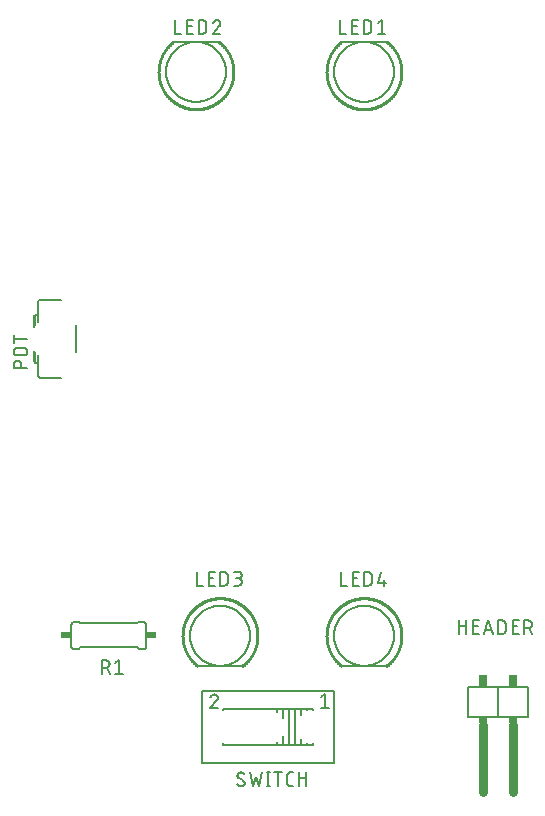
<source format=gbr>
G04 EAGLE Gerber RS-274X export*
G75*
%MOMM*%
%FSLAX34Y34*%
%LPD*%
%INSilkscreen Top*%
%IPPOS*%
%AMOC8*
5,1,8,0,0,1.08239X$1,22.5*%
G01*
%ADD10C,0.203200*%
%ADD11C,0.254000*%
%ADD12C,0.152400*%
%ADD13C,0.127000*%
%ADD14R,0.863600X0.609600*%
%ADD15C,0.762000*%
%ADD16R,0.762000X0.508000*%
%ADD17R,0.762000X1.016000*%


D10*
X567690Y899160D02*
X529590Y899160D01*
D11*
X528974Y898686D01*
X528369Y898197D01*
X527777Y897693D01*
X527197Y897175D01*
X526630Y896643D01*
X526076Y896097D01*
X525536Y895538D01*
X525010Y894965D01*
X524497Y894380D01*
X524000Y893783D01*
X523517Y893174D01*
X523049Y892553D01*
X522596Y891920D01*
X522159Y891277D01*
X521738Y890623D01*
X521334Y889959D01*
X520945Y889286D01*
X520573Y888603D01*
X520218Y887911D01*
X519880Y887211D01*
X519559Y886503D01*
X519256Y885787D01*
X518970Y885063D01*
X518702Y884334D01*
X518452Y883597D01*
X518221Y882855D01*
X518007Y882107D01*
X517812Y881355D01*
X517635Y880597D01*
X517477Y879836D01*
X517337Y879071D01*
X517217Y878303D01*
X517115Y877532D01*
X517032Y876759D01*
X516968Y875984D01*
X516923Y875208D01*
X516897Y874431D01*
X516890Y873653D01*
X516902Y872876D01*
X516933Y872099D01*
X516984Y871323D01*
X517053Y870548D01*
X517141Y869776D01*
X517248Y869006D01*
X517374Y868238D01*
X517518Y867474D01*
X517682Y866714D01*
X517864Y865958D01*
X518064Y865207D01*
X518282Y864460D01*
X518519Y863720D01*
X518774Y862985D01*
X519047Y862257D01*
X519338Y861536D01*
X519646Y860822D01*
X519971Y860116D01*
X520314Y859418D01*
X520674Y858728D01*
X521050Y858048D01*
X521443Y857377D01*
X521853Y856716D01*
X522278Y856065D01*
X522719Y855425D01*
X523176Y854796D01*
X523648Y854178D01*
X524135Y853572D01*
X524637Y852978D01*
X525153Y852396D01*
X525683Y851827D01*
X526227Y851272D01*
X526785Y850729D01*
X527355Y850201D01*
X527938Y849687D01*
X528534Y849187D01*
X529142Y848702D01*
X529761Y848232D01*
X530392Y847778D01*
X531034Y847339D01*
X531686Y846915D01*
X532349Y846508D01*
X533021Y846117D01*
X533703Y845743D01*
X534393Y845386D01*
X535092Y845046D01*
X535800Y844722D01*
X536514Y844417D01*
X537237Y844128D01*
X537966Y843858D01*
X538701Y843606D01*
X539443Y843371D01*
X540190Y843155D01*
X540942Y842957D01*
X541698Y842778D01*
X542459Y842617D01*
X543223Y842475D01*
X543991Y842352D01*
X544762Y842248D01*
X545535Y842162D01*
X546309Y842096D01*
X547085Y842048D01*
X547862Y842020D01*
X548640Y842010D01*
X549418Y842020D01*
X550195Y842048D01*
X550971Y842096D01*
X551745Y842162D01*
X552518Y842248D01*
X553289Y842352D01*
X554057Y842475D01*
X554821Y842617D01*
X555582Y842778D01*
X556338Y842957D01*
X557090Y843155D01*
X557837Y843371D01*
X558579Y843606D01*
X559314Y843858D01*
X560043Y844128D01*
X560766Y844417D01*
X561480Y844722D01*
X562188Y845046D01*
X562887Y845386D01*
X563577Y845743D01*
X564259Y846117D01*
X564931Y846508D01*
X565594Y846915D01*
X566246Y847339D01*
X566888Y847778D01*
X567519Y848232D01*
X568138Y848702D01*
X568746Y849187D01*
X569342Y849687D01*
X569925Y850201D01*
X570495Y850729D01*
X571053Y851272D01*
X571597Y851827D01*
X572127Y852396D01*
X572643Y852978D01*
X573145Y853572D01*
X573632Y854178D01*
X574104Y854796D01*
X574561Y855425D01*
X575002Y856065D01*
X575427Y856716D01*
X575837Y857377D01*
X576230Y858048D01*
X576606Y858728D01*
X576966Y859418D01*
X577309Y860116D01*
X577634Y860822D01*
X577942Y861536D01*
X578233Y862257D01*
X578506Y862985D01*
X578761Y863720D01*
X578998Y864460D01*
X579216Y865207D01*
X579416Y865958D01*
X579598Y866714D01*
X579762Y867474D01*
X579906Y868238D01*
X580032Y869006D01*
X580139Y869776D01*
X580227Y870548D01*
X580296Y871323D01*
X580347Y872099D01*
X580378Y872876D01*
X580390Y873653D01*
X580383Y874431D01*
X580357Y875208D01*
X580312Y875984D01*
X580248Y876759D01*
X580165Y877532D01*
X580063Y878303D01*
X579943Y879071D01*
X579803Y879836D01*
X579645Y880597D01*
X579468Y881355D01*
X579273Y882107D01*
X579059Y882855D01*
X578828Y883597D01*
X578578Y884334D01*
X578310Y885063D01*
X578024Y885787D01*
X577721Y886503D01*
X577400Y887211D01*
X577062Y887911D01*
X576707Y888603D01*
X576335Y889286D01*
X575946Y889959D01*
X575542Y890623D01*
X575121Y891277D01*
X574684Y891920D01*
X574231Y892553D01*
X573763Y893174D01*
X573280Y893783D01*
X572783Y894380D01*
X572270Y894965D01*
X571744Y895538D01*
X571204Y896097D01*
X570650Y896643D01*
X570083Y897175D01*
X569503Y897693D01*
X568911Y898197D01*
X568306Y898686D01*
X567690Y899160D01*
D12*
X523240Y873760D02*
X523248Y874383D01*
X523271Y875006D01*
X523309Y875629D01*
X523362Y876250D01*
X523431Y876869D01*
X523515Y877487D01*
X523614Y878102D01*
X523728Y878715D01*
X523857Y879325D01*
X524001Y879932D01*
X524160Y880535D01*
X524334Y881133D01*
X524522Y881728D01*
X524725Y882317D01*
X524942Y882901D01*
X525173Y883480D01*
X525419Y884053D01*
X525679Y884620D01*
X525952Y885180D01*
X526239Y885733D01*
X526540Y886280D01*
X526854Y886818D01*
X527181Y887349D01*
X527521Y887871D01*
X527873Y888386D01*
X528239Y888891D01*
X528616Y889387D01*
X529006Y889874D01*
X529407Y890351D01*
X529820Y890818D01*
X530244Y891274D01*
X530679Y891721D01*
X531126Y892156D01*
X531582Y892580D01*
X532049Y892993D01*
X532526Y893394D01*
X533013Y893784D01*
X533509Y894161D01*
X534014Y894527D01*
X534529Y894879D01*
X535051Y895219D01*
X535582Y895546D01*
X536120Y895860D01*
X536667Y896161D01*
X537220Y896448D01*
X537780Y896721D01*
X538347Y896981D01*
X538920Y897227D01*
X539499Y897458D01*
X540083Y897675D01*
X540672Y897878D01*
X541267Y898066D01*
X541865Y898240D01*
X542468Y898399D01*
X543075Y898543D01*
X543685Y898672D01*
X544298Y898786D01*
X544913Y898885D01*
X545531Y898969D01*
X546150Y899038D01*
X546771Y899091D01*
X547394Y899129D01*
X548017Y899152D01*
X548640Y899160D01*
X549263Y899152D01*
X549886Y899129D01*
X550509Y899091D01*
X551130Y899038D01*
X551749Y898969D01*
X552367Y898885D01*
X552982Y898786D01*
X553595Y898672D01*
X554205Y898543D01*
X554812Y898399D01*
X555415Y898240D01*
X556013Y898066D01*
X556608Y897878D01*
X557197Y897675D01*
X557781Y897458D01*
X558360Y897227D01*
X558933Y896981D01*
X559500Y896721D01*
X560060Y896448D01*
X560613Y896161D01*
X561160Y895860D01*
X561698Y895546D01*
X562229Y895219D01*
X562751Y894879D01*
X563266Y894527D01*
X563771Y894161D01*
X564267Y893784D01*
X564754Y893394D01*
X565231Y892993D01*
X565698Y892580D01*
X566154Y892156D01*
X566601Y891721D01*
X567036Y891274D01*
X567460Y890818D01*
X567873Y890351D01*
X568274Y889874D01*
X568664Y889387D01*
X569041Y888891D01*
X569407Y888386D01*
X569759Y887871D01*
X570099Y887349D01*
X570426Y886818D01*
X570740Y886280D01*
X571041Y885733D01*
X571328Y885180D01*
X571601Y884620D01*
X571861Y884053D01*
X572107Y883480D01*
X572338Y882901D01*
X572555Y882317D01*
X572758Y881728D01*
X572946Y881133D01*
X573120Y880535D01*
X573279Y879932D01*
X573423Y879325D01*
X573552Y878715D01*
X573666Y878102D01*
X573765Y877487D01*
X573849Y876869D01*
X573918Y876250D01*
X573971Y875629D01*
X574009Y875006D01*
X574032Y874383D01*
X574040Y873760D01*
X574032Y873137D01*
X574009Y872514D01*
X573971Y871891D01*
X573918Y871270D01*
X573849Y870651D01*
X573765Y870033D01*
X573666Y869418D01*
X573552Y868805D01*
X573423Y868195D01*
X573279Y867588D01*
X573120Y866985D01*
X572946Y866387D01*
X572758Y865792D01*
X572555Y865203D01*
X572338Y864619D01*
X572107Y864040D01*
X571861Y863467D01*
X571601Y862900D01*
X571328Y862340D01*
X571041Y861787D01*
X570740Y861240D01*
X570426Y860702D01*
X570099Y860171D01*
X569759Y859649D01*
X569407Y859134D01*
X569041Y858629D01*
X568664Y858133D01*
X568274Y857646D01*
X567873Y857169D01*
X567460Y856702D01*
X567036Y856246D01*
X566601Y855799D01*
X566154Y855364D01*
X565698Y854940D01*
X565231Y854527D01*
X564754Y854126D01*
X564267Y853736D01*
X563771Y853359D01*
X563266Y852993D01*
X562751Y852641D01*
X562229Y852301D01*
X561698Y851974D01*
X561160Y851660D01*
X560613Y851359D01*
X560060Y851072D01*
X559500Y850799D01*
X558933Y850539D01*
X558360Y850293D01*
X557781Y850062D01*
X557197Y849845D01*
X556608Y849642D01*
X556013Y849454D01*
X555415Y849280D01*
X554812Y849121D01*
X554205Y848977D01*
X553595Y848848D01*
X552982Y848734D01*
X552367Y848635D01*
X551749Y848551D01*
X551130Y848482D01*
X550509Y848429D01*
X549886Y848391D01*
X549263Y848368D01*
X548640Y848360D01*
X548017Y848368D01*
X547394Y848391D01*
X546771Y848429D01*
X546150Y848482D01*
X545531Y848551D01*
X544913Y848635D01*
X544298Y848734D01*
X543685Y848848D01*
X543075Y848977D01*
X542468Y849121D01*
X541865Y849280D01*
X541267Y849454D01*
X540672Y849642D01*
X540083Y849845D01*
X539499Y850062D01*
X538920Y850293D01*
X538347Y850539D01*
X537780Y850799D01*
X537220Y851072D01*
X536667Y851359D01*
X536120Y851660D01*
X535582Y851974D01*
X535051Y852301D01*
X534529Y852641D01*
X534014Y852993D01*
X533509Y853359D01*
X533013Y853736D01*
X532526Y854126D01*
X532049Y854527D01*
X531582Y854940D01*
X531126Y855364D01*
X530679Y855799D01*
X530244Y856246D01*
X529820Y856702D01*
X529407Y857169D01*
X529006Y857646D01*
X528616Y858133D01*
X528239Y858629D01*
X527873Y859134D01*
X527521Y859649D01*
X527181Y860171D01*
X526854Y860702D01*
X526540Y861240D01*
X526239Y861787D01*
X525952Y862340D01*
X525679Y862900D01*
X525419Y863467D01*
X525173Y864040D01*
X524942Y864619D01*
X524725Y865203D01*
X524522Y865792D01*
X524334Y866387D01*
X524160Y866985D01*
X524001Y867588D01*
X523857Y868195D01*
X523728Y868805D01*
X523614Y869418D01*
X523515Y870033D01*
X523431Y870651D01*
X523362Y871270D01*
X523309Y871891D01*
X523271Y872514D01*
X523248Y873137D01*
X523240Y873760D01*
D13*
X528701Y906145D02*
X528701Y917575D01*
X528701Y906145D02*
X533781Y906145D01*
X538607Y906145D02*
X543687Y906145D01*
X538607Y906145D02*
X538607Y917575D01*
X543687Y917575D01*
X542417Y912495D02*
X538607Y912495D01*
X548488Y917575D02*
X548488Y906145D01*
X548488Y917575D02*
X551663Y917575D01*
X551774Y917573D01*
X551884Y917567D01*
X551995Y917558D01*
X552105Y917544D01*
X552214Y917527D01*
X552323Y917506D01*
X552431Y917481D01*
X552538Y917452D01*
X552644Y917420D01*
X552749Y917384D01*
X552852Y917344D01*
X552954Y917301D01*
X553055Y917254D01*
X553154Y917203D01*
X553251Y917150D01*
X553345Y917093D01*
X553438Y917032D01*
X553529Y916969D01*
X553618Y916902D01*
X553704Y916832D01*
X553787Y916759D01*
X553869Y916684D01*
X553947Y916606D01*
X554022Y916524D01*
X554095Y916441D01*
X554165Y916355D01*
X554232Y916266D01*
X554295Y916175D01*
X554356Y916082D01*
X554413Y915988D01*
X554466Y915891D01*
X554517Y915792D01*
X554564Y915691D01*
X554607Y915589D01*
X554647Y915486D01*
X554683Y915381D01*
X554715Y915275D01*
X554744Y915168D01*
X554769Y915060D01*
X554790Y914951D01*
X554807Y914842D01*
X554821Y914732D01*
X554830Y914621D01*
X554836Y914511D01*
X554838Y914400D01*
X554838Y909320D01*
X554836Y909209D01*
X554830Y909099D01*
X554821Y908988D01*
X554807Y908878D01*
X554790Y908769D01*
X554769Y908660D01*
X554744Y908552D01*
X554715Y908445D01*
X554683Y908339D01*
X554647Y908234D01*
X554607Y908131D01*
X554564Y908029D01*
X554517Y907928D01*
X554466Y907829D01*
X554413Y907733D01*
X554356Y907638D01*
X554295Y907545D01*
X554232Y907454D01*
X554165Y907365D01*
X554095Y907279D01*
X554022Y907196D01*
X553947Y907114D01*
X553869Y907036D01*
X553787Y906961D01*
X553704Y906888D01*
X553618Y906818D01*
X553529Y906751D01*
X553438Y906688D01*
X553345Y906627D01*
X553251Y906570D01*
X553154Y906517D01*
X553055Y906466D01*
X552954Y906419D01*
X552852Y906376D01*
X552749Y906336D01*
X552644Y906300D01*
X552538Y906268D01*
X552431Y906239D01*
X552323Y906214D01*
X552214Y906193D01*
X552105Y906176D01*
X551995Y906162D01*
X551884Y906153D01*
X551774Y906147D01*
X551663Y906145D01*
X548488Y906145D01*
X560299Y915035D02*
X563474Y917575D01*
X563474Y906145D01*
X560299Y906145D02*
X566649Y906145D01*
D10*
X425450Y899160D02*
X387350Y899160D01*
D11*
X386734Y898686D01*
X386129Y898197D01*
X385537Y897693D01*
X384957Y897175D01*
X384390Y896643D01*
X383836Y896097D01*
X383296Y895538D01*
X382770Y894965D01*
X382257Y894380D01*
X381760Y893783D01*
X381277Y893174D01*
X380809Y892553D01*
X380356Y891920D01*
X379919Y891277D01*
X379498Y890623D01*
X379094Y889959D01*
X378705Y889286D01*
X378333Y888603D01*
X377978Y887911D01*
X377640Y887211D01*
X377319Y886503D01*
X377016Y885787D01*
X376730Y885063D01*
X376462Y884334D01*
X376212Y883597D01*
X375981Y882855D01*
X375767Y882107D01*
X375572Y881355D01*
X375395Y880597D01*
X375237Y879836D01*
X375097Y879071D01*
X374977Y878303D01*
X374875Y877532D01*
X374792Y876759D01*
X374728Y875984D01*
X374683Y875208D01*
X374657Y874431D01*
X374650Y873653D01*
X374662Y872876D01*
X374693Y872099D01*
X374744Y871323D01*
X374813Y870548D01*
X374901Y869776D01*
X375008Y869006D01*
X375134Y868238D01*
X375278Y867474D01*
X375442Y866714D01*
X375624Y865958D01*
X375824Y865207D01*
X376042Y864460D01*
X376279Y863720D01*
X376534Y862985D01*
X376807Y862257D01*
X377098Y861536D01*
X377406Y860822D01*
X377731Y860116D01*
X378074Y859418D01*
X378434Y858728D01*
X378810Y858048D01*
X379203Y857377D01*
X379613Y856716D01*
X380038Y856065D01*
X380479Y855425D01*
X380936Y854796D01*
X381408Y854178D01*
X381895Y853572D01*
X382397Y852978D01*
X382913Y852396D01*
X383443Y851827D01*
X383987Y851272D01*
X384545Y850729D01*
X385115Y850201D01*
X385698Y849687D01*
X386294Y849187D01*
X386902Y848702D01*
X387521Y848232D01*
X388152Y847778D01*
X388794Y847339D01*
X389446Y846915D01*
X390109Y846508D01*
X390781Y846117D01*
X391463Y845743D01*
X392153Y845386D01*
X392852Y845046D01*
X393560Y844722D01*
X394274Y844417D01*
X394997Y844128D01*
X395726Y843858D01*
X396461Y843606D01*
X397203Y843371D01*
X397950Y843155D01*
X398702Y842957D01*
X399458Y842778D01*
X400219Y842617D01*
X400983Y842475D01*
X401751Y842352D01*
X402522Y842248D01*
X403295Y842162D01*
X404069Y842096D01*
X404845Y842048D01*
X405622Y842020D01*
X406400Y842010D01*
X407178Y842020D01*
X407955Y842048D01*
X408731Y842096D01*
X409505Y842162D01*
X410278Y842248D01*
X411049Y842352D01*
X411817Y842475D01*
X412581Y842617D01*
X413342Y842778D01*
X414098Y842957D01*
X414850Y843155D01*
X415597Y843371D01*
X416339Y843606D01*
X417074Y843858D01*
X417803Y844128D01*
X418526Y844417D01*
X419240Y844722D01*
X419948Y845046D01*
X420647Y845386D01*
X421337Y845743D01*
X422019Y846117D01*
X422691Y846508D01*
X423354Y846915D01*
X424006Y847339D01*
X424648Y847778D01*
X425279Y848232D01*
X425898Y848702D01*
X426506Y849187D01*
X427102Y849687D01*
X427685Y850201D01*
X428255Y850729D01*
X428813Y851272D01*
X429357Y851827D01*
X429887Y852396D01*
X430403Y852978D01*
X430905Y853572D01*
X431392Y854178D01*
X431864Y854796D01*
X432321Y855425D01*
X432762Y856065D01*
X433187Y856716D01*
X433597Y857377D01*
X433990Y858048D01*
X434366Y858728D01*
X434726Y859418D01*
X435069Y860116D01*
X435394Y860822D01*
X435702Y861536D01*
X435993Y862257D01*
X436266Y862985D01*
X436521Y863720D01*
X436758Y864460D01*
X436976Y865207D01*
X437176Y865958D01*
X437358Y866714D01*
X437522Y867474D01*
X437666Y868238D01*
X437792Y869006D01*
X437899Y869776D01*
X437987Y870548D01*
X438056Y871323D01*
X438107Y872099D01*
X438138Y872876D01*
X438150Y873653D01*
X438143Y874431D01*
X438117Y875208D01*
X438072Y875984D01*
X438008Y876759D01*
X437925Y877532D01*
X437823Y878303D01*
X437703Y879071D01*
X437563Y879836D01*
X437405Y880597D01*
X437228Y881355D01*
X437033Y882107D01*
X436819Y882855D01*
X436588Y883597D01*
X436338Y884334D01*
X436070Y885063D01*
X435784Y885787D01*
X435481Y886503D01*
X435160Y887211D01*
X434822Y887911D01*
X434467Y888603D01*
X434095Y889286D01*
X433706Y889959D01*
X433302Y890623D01*
X432881Y891277D01*
X432444Y891920D01*
X431991Y892553D01*
X431523Y893174D01*
X431040Y893783D01*
X430543Y894380D01*
X430030Y894965D01*
X429504Y895538D01*
X428964Y896097D01*
X428410Y896643D01*
X427843Y897175D01*
X427263Y897693D01*
X426671Y898197D01*
X426066Y898686D01*
X425450Y899160D01*
D12*
X381000Y873760D02*
X381008Y874383D01*
X381031Y875006D01*
X381069Y875629D01*
X381122Y876250D01*
X381191Y876869D01*
X381275Y877487D01*
X381374Y878102D01*
X381488Y878715D01*
X381617Y879325D01*
X381761Y879932D01*
X381920Y880535D01*
X382094Y881133D01*
X382282Y881728D01*
X382485Y882317D01*
X382702Y882901D01*
X382933Y883480D01*
X383179Y884053D01*
X383439Y884620D01*
X383712Y885180D01*
X383999Y885733D01*
X384300Y886280D01*
X384614Y886818D01*
X384941Y887349D01*
X385281Y887871D01*
X385633Y888386D01*
X385999Y888891D01*
X386376Y889387D01*
X386766Y889874D01*
X387167Y890351D01*
X387580Y890818D01*
X388004Y891274D01*
X388439Y891721D01*
X388886Y892156D01*
X389342Y892580D01*
X389809Y892993D01*
X390286Y893394D01*
X390773Y893784D01*
X391269Y894161D01*
X391774Y894527D01*
X392289Y894879D01*
X392811Y895219D01*
X393342Y895546D01*
X393880Y895860D01*
X394427Y896161D01*
X394980Y896448D01*
X395540Y896721D01*
X396107Y896981D01*
X396680Y897227D01*
X397259Y897458D01*
X397843Y897675D01*
X398432Y897878D01*
X399027Y898066D01*
X399625Y898240D01*
X400228Y898399D01*
X400835Y898543D01*
X401445Y898672D01*
X402058Y898786D01*
X402673Y898885D01*
X403291Y898969D01*
X403910Y899038D01*
X404531Y899091D01*
X405154Y899129D01*
X405777Y899152D01*
X406400Y899160D01*
X407023Y899152D01*
X407646Y899129D01*
X408269Y899091D01*
X408890Y899038D01*
X409509Y898969D01*
X410127Y898885D01*
X410742Y898786D01*
X411355Y898672D01*
X411965Y898543D01*
X412572Y898399D01*
X413175Y898240D01*
X413773Y898066D01*
X414368Y897878D01*
X414957Y897675D01*
X415541Y897458D01*
X416120Y897227D01*
X416693Y896981D01*
X417260Y896721D01*
X417820Y896448D01*
X418373Y896161D01*
X418920Y895860D01*
X419458Y895546D01*
X419989Y895219D01*
X420511Y894879D01*
X421026Y894527D01*
X421531Y894161D01*
X422027Y893784D01*
X422514Y893394D01*
X422991Y892993D01*
X423458Y892580D01*
X423914Y892156D01*
X424361Y891721D01*
X424796Y891274D01*
X425220Y890818D01*
X425633Y890351D01*
X426034Y889874D01*
X426424Y889387D01*
X426801Y888891D01*
X427167Y888386D01*
X427519Y887871D01*
X427859Y887349D01*
X428186Y886818D01*
X428500Y886280D01*
X428801Y885733D01*
X429088Y885180D01*
X429361Y884620D01*
X429621Y884053D01*
X429867Y883480D01*
X430098Y882901D01*
X430315Y882317D01*
X430518Y881728D01*
X430706Y881133D01*
X430880Y880535D01*
X431039Y879932D01*
X431183Y879325D01*
X431312Y878715D01*
X431426Y878102D01*
X431525Y877487D01*
X431609Y876869D01*
X431678Y876250D01*
X431731Y875629D01*
X431769Y875006D01*
X431792Y874383D01*
X431800Y873760D01*
X431792Y873137D01*
X431769Y872514D01*
X431731Y871891D01*
X431678Y871270D01*
X431609Y870651D01*
X431525Y870033D01*
X431426Y869418D01*
X431312Y868805D01*
X431183Y868195D01*
X431039Y867588D01*
X430880Y866985D01*
X430706Y866387D01*
X430518Y865792D01*
X430315Y865203D01*
X430098Y864619D01*
X429867Y864040D01*
X429621Y863467D01*
X429361Y862900D01*
X429088Y862340D01*
X428801Y861787D01*
X428500Y861240D01*
X428186Y860702D01*
X427859Y860171D01*
X427519Y859649D01*
X427167Y859134D01*
X426801Y858629D01*
X426424Y858133D01*
X426034Y857646D01*
X425633Y857169D01*
X425220Y856702D01*
X424796Y856246D01*
X424361Y855799D01*
X423914Y855364D01*
X423458Y854940D01*
X422991Y854527D01*
X422514Y854126D01*
X422027Y853736D01*
X421531Y853359D01*
X421026Y852993D01*
X420511Y852641D01*
X419989Y852301D01*
X419458Y851974D01*
X418920Y851660D01*
X418373Y851359D01*
X417820Y851072D01*
X417260Y850799D01*
X416693Y850539D01*
X416120Y850293D01*
X415541Y850062D01*
X414957Y849845D01*
X414368Y849642D01*
X413773Y849454D01*
X413175Y849280D01*
X412572Y849121D01*
X411965Y848977D01*
X411355Y848848D01*
X410742Y848734D01*
X410127Y848635D01*
X409509Y848551D01*
X408890Y848482D01*
X408269Y848429D01*
X407646Y848391D01*
X407023Y848368D01*
X406400Y848360D01*
X405777Y848368D01*
X405154Y848391D01*
X404531Y848429D01*
X403910Y848482D01*
X403291Y848551D01*
X402673Y848635D01*
X402058Y848734D01*
X401445Y848848D01*
X400835Y848977D01*
X400228Y849121D01*
X399625Y849280D01*
X399027Y849454D01*
X398432Y849642D01*
X397843Y849845D01*
X397259Y850062D01*
X396680Y850293D01*
X396107Y850539D01*
X395540Y850799D01*
X394980Y851072D01*
X394427Y851359D01*
X393880Y851660D01*
X393342Y851974D01*
X392811Y852301D01*
X392289Y852641D01*
X391774Y852993D01*
X391269Y853359D01*
X390773Y853736D01*
X390286Y854126D01*
X389809Y854527D01*
X389342Y854940D01*
X388886Y855364D01*
X388439Y855799D01*
X388004Y856246D01*
X387580Y856702D01*
X387167Y857169D01*
X386766Y857646D01*
X386376Y858133D01*
X385999Y858629D01*
X385633Y859134D01*
X385281Y859649D01*
X384941Y860171D01*
X384614Y860702D01*
X384300Y861240D01*
X383999Y861787D01*
X383712Y862340D01*
X383439Y862900D01*
X383179Y863467D01*
X382933Y864040D01*
X382702Y864619D01*
X382485Y865203D01*
X382282Y865792D01*
X382094Y866387D01*
X381920Y866985D01*
X381761Y867588D01*
X381617Y868195D01*
X381488Y868805D01*
X381374Y869418D01*
X381275Y870033D01*
X381191Y870651D01*
X381122Y871270D01*
X381069Y871891D01*
X381031Y872514D01*
X381008Y873137D01*
X381000Y873760D01*
D13*
X389001Y906145D02*
X389001Y917575D01*
X389001Y906145D02*
X394081Y906145D01*
X398907Y906145D02*
X403987Y906145D01*
X398907Y906145D02*
X398907Y917575D01*
X403987Y917575D01*
X402717Y912495D02*
X398907Y912495D01*
X408788Y917575D02*
X408788Y906145D01*
X408788Y917575D02*
X411963Y917575D01*
X412074Y917573D01*
X412184Y917567D01*
X412295Y917558D01*
X412405Y917544D01*
X412514Y917527D01*
X412623Y917506D01*
X412731Y917481D01*
X412838Y917452D01*
X412944Y917420D01*
X413049Y917384D01*
X413152Y917344D01*
X413254Y917301D01*
X413355Y917254D01*
X413454Y917203D01*
X413551Y917150D01*
X413645Y917093D01*
X413738Y917032D01*
X413829Y916969D01*
X413918Y916902D01*
X414004Y916832D01*
X414087Y916759D01*
X414169Y916684D01*
X414247Y916606D01*
X414322Y916524D01*
X414395Y916441D01*
X414465Y916355D01*
X414532Y916266D01*
X414595Y916175D01*
X414656Y916082D01*
X414713Y915988D01*
X414766Y915891D01*
X414817Y915792D01*
X414864Y915691D01*
X414907Y915589D01*
X414947Y915486D01*
X414983Y915381D01*
X415015Y915275D01*
X415044Y915168D01*
X415069Y915060D01*
X415090Y914951D01*
X415107Y914842D01*
X415121Y914732D01*
X415130Y914621D01*
X415136Y914511D01*
X415138Y914400D01*
X415138Y909320D01*
X415136Y909209D01*
X415130Y909099D01*
X415121Y908988D01*
X415107Y908878D01*
X415090Y908769D01*
X415069Y908660D01*
X415044Y908552D01*
X415015Y908445D01*
X414983Y908339D01*
X414947Y908234D01*
X414907Y908131D01*
X414864Y908029D01*
X414817Y907928D01*
X414766Y907829D01*
X414713Y907733D01*
X414656Y907638D01*
X414595Y907545D01*
X414532Y907454D01*
X414465Y907365D01*
X414395Y907279D01*
X414322Y907196D01*
X414247Y907114D01*
X414169Y907036D01*
X414087Y906961D01*
X414004Y906888D01*
X413918Y906818D01*
X413829Y906751D01*
X413738Y906688D01*
X413645Y906627D01*
X413551Y906570D01*
X413454Y906517D01*
X413355Y906466D01*
X413254Y906419D01*
X413152Y906376D01*
X413049Y906336D01*
X412944Y906300D01*
X412838Y906268D01*
X412731Y906239D01*
X412623Y906214D01*
X412514Y906193D01*
X412405Y906176D01*
X412295Y906162D01*
X412184Y906153D01*
X412074Y906147D01*
X411963Y906145D01*
X408788Y906145D01*
X424091Y917576D02*
X424195Y917574D01*
X424300Y917568D01*
X424404Y917559D01*
X424507Y917546D01*
X424610Y917528D01*
X424712Y917508D01*
X424814Y917483D01*
X424914Y917455D01*
X425014Y917423D01*
X425112Y917387D01*
X425209Y917348D01*
X425304Y917306D01*
X425398Y917260D01*
X425490Y917210D01*
X425580Y917158D01*
X425668Y917102D01*
X425754Y917042D01*
X425838Y916980D01*
X425919Y916915D01*
X425998Y916847D01*
X426075Y916775D01*
X426148Y916702D01*
X426220Y916625D01*
X426288Y916546D01*
X426353Y916465D01*
X426415Y916381D01*
X426475Y916295D01*
X426531Y916207D01*
X426583Y916117D01*
X426633Y916025D01*
X426679Y915931D01*
X426721Y915836D01*
X426760Y915739D01*
X426796Y915641D01*
X426828Y915541D01*
X426856Y915441D01*
X426881Y915339D01*
X426901Y915237D01*
X426919Y915134D01*
X426932Y915031D01*
X426941Y914927D01*
X426947Y914822D01*
X426949Y914718D01*
X424091Y917575D02*
X423973Y917573D01*
X423854Y917567D01*
X423736Y917558D01*
X423619Y917545D01*
X423502Y917527D01*
X423385Y917507D01*
X423269Y917482D01*
X423154Y917454D01*
X423041Y917421D01*
X422928Y917386D01*
X422816Y917346D01*
X422706Y917304D01*
X422597Y917257D01*
X422489Y917207D01*
X422384Y917154D01*
X422280Y917097D01*
X422178Y917037D01*
X422078Y916974D01*
X421980Y916907D01*
X421884Y916838D01*
X421791Y916765D01*
X421700Y916689D01*
X421611Y916611D01*
X421525Y916529D01*
X421442Y916445D01*
X421361Y916359D01*
X421284Y916269D01*
X421209Y916178D01*
X421137Y916084D01*
X421068Y915987D01*
X421003Y915889D01*
X420940Y915788D01*
X420881Y915685D01*
X420825Y915581D01*
X420773Y915475D01*
X420724Y915367D01*
X420679Y915258D01*
X420637Y915147D01*
X420599Y915035D01*
X425996Y912496D02*
X426072Y912571D01*
X426147Y912650D01*
X426218Y912731D01*
X426287Y912815D01*
X426352Y912901D01*
X426414Y912989D01*
X426474Y913079D01*
X426530Y913171D01*
X426583Y913266D01*
X426632Y913362D01*
X426678Y913460D01*
X426721Y913559D01*
X426760Y913660D01*
X426795Y913762D01*
X426827Y913865D01*
X426855Y913969D01*
X426880Y914074D01*
X426901Y914181D01*
X426918Y914287D01*
X426931Y914394D01*
X426940Y914502D01*
X426946Y914610D01*
X426948Y914718D01*
X425996Y912495D02*
X420599Y906145D01*
X426949Y906145D01*
D10*
X445770Y370840D02*
X407670Y370840D01*
D11*
X407054Y371314D01*
X406449Y371803D01*
X405857Y372307D01*
X405277Y372825D01*
X404710Y373357D01*
X404156Y373903D01*
X403616Y374462D01*
X403090Y375035D01*
X402577Y375620D01*
X402080Y376217D01*
X401597Y376826D01*
X401129Y377447D01*
X400676Y378080D01*
X400239Y378723D01*
X399818Y379377D01*
X399414Y380041D01*
X399025Y380714D01*
X398653Y381397D01*
X398298Y382089D01*
X397960Y382789D01*
X397639Y383497D01*
X397336Y384213D01*
X397050Y384937D01*
X396782Y385666D01*
X396532Y386403D01*
X396301Y387145D01*
X396087Y387893D01*
X395892Y388645D01*
X395715Y389403D01*
X395557Y390164D01*
X395417Y390929D01*
X395297Y391697D01*
X395195Y392468D01*
X395112Y393241D01*
X395048Y394016D01*
X395003Y394792D01*
X394977Y395569D01*
X394970Y396347D01*
X394982Y397124D01*
X395013Y397901D01*
X395064Y398677D01*
X395133Y399452D01*
X395221Y400224D01*
X395328Y400994D01*
X395454Y401762D01*
X395598Y402526D01*
X395762Y403286D01*
X395944Y404042D01*
X396144Y404793D01*
X396362Y405540D01*
X396599Y406280D01*
X396854Y407015D01*
X397127Y407743D01*
X397418Y408464D01*
X397726Y409178D01*
X398051Y409884D01*
X398394Y410582D01*
X398754Y411272D01*
X399130Y411952D01*
X399523Y412623D01*
X399933Y413284D01*
X400358Y413935D01*
X400799Y414575D01*
X401256Y415204D01*
X401728Y415822D01*
X402215Y416428D01*
X402717Y417022D01*
X403233Y417604D01*
X403763Y418173D01*
X404307Y418728D01*
X404865Y419271D01*
X405435Y419799D01*
X406018Y420313D01*
X406614Y420813D01*
X407222Y421298D01*
X407841Y421768D01*
X408472Y422222D01*
X409114Y422661D01*
X409766Y423085D01*
X410429Y423492D01*
X411101Y423883D01*
X411783Y424257D01*
X412473Y424614D01*
X413172Y424954D01*
X413880Y425278D01*
X414594Y425583D01*
X415317Y425872D01*
X416046Y426142D01*
X416781Y426394D01*
X417523Y426629D01*
X418270Y426845D01*
X419022Y427043D01*
X419778Y427222D01*
X420539Y427383D01*
X421303Y427525D01*
X422071Y427648D01*
X422842Y427752D01*
X423615Y427838D01*
X424389Y427904D01*
X425165Y427952D01*
X425942Y427980D01*
X426720Y427990D01*
X427498Y427980D01*
X428275Y427952D01*
X429051Y427904D01*
X429825Y427838D01*
X430598Y427752D01*
X431369Y427648D01*
X432137Y427525D01*
X432901Y427383D01*
X433662Y427222D01*
X434418Y427043D01*
X435170Y426845D01*
X435917Y426629D01*
X436659Y426394D01*
X437394Y426142D01*
X438123Y425872D01*
X438846Y425583D01*
X439560Y425278D01*
X440268Y424954D01*
X440967Y424614D01*
X441657Y424257D01*
X442339Y423883D01*
X443011Y423492D01*
X443674Y423085D01*
X444326Y422661D01*
X444968Y422222D01*
X445599Y421768D01*
X446218Y421298D01*
X446826Y420813D01*
X447422Y420313D01*
X448005Y419799D01*
X448575Y419271D01*
X449133Y418728D01*
X449677Y418173D01*
X450207Y417604D01*
X450723Y417022D01*
X451225Y416428D01*
X451712Y415822D01*
X452184Y415204D01*
X452641Y414575D01*
X453082Y413935D01*
X453507Y413284D01*
X453917Y412623D01*
X454310Y411952D01*
X454686Y411272D01*
X455046Y410582D01*
X455389Y409884D01*
X455714Y409178D01*
X456022Y408464D01*
X456313Y407743D01*
X456586Y407015D01*
X456841Y406280D01*
X457078Y405540D01*
X457296Y404793D01*
X457496Y404042D01*
X457678Y403286D01*
X457842Y402526D01*
X457986Y401762D01*
X458112Y400994D01*
X458219Y400224D01*
X458307Y399452D01*
X458376Y398677D01*
X458427Y397901D01*
X458458Y397124D01*
X458470Y396347D01*
X458463Y395569D01*
X458437Y394792D01*
X458392Y394016D01*
X458328Y393241D01*
X458245Y392468D01*
X458143Y391697D01*
X458023Y390929D01*
X457883Y390164D01*
X457725Y389403D01*
X457548Y388645D01*
X457353Y387893D01*
X457139Y387145D01*
X456908Y386403D01*
X456658Y385666D01*
X456390Y384937D01*
X456104Y384213D01*
X455801Y383497D01*
X455480Y382789D01*
X455142Y382089D01*
X454787Y381397D01*
X454415Y380714D01*
X454026Y380041D01*
X453622Y379377D01*
X453201Y378723D01*
X452764Y378080D01*
X452311Y377447D01*
X451843Y376826D01*
X451360Y376217D01*
X450863Y375620D01*
X450350Y375035D01*
X449824Y374462D01*
X449284Y373903D01*
X448730Y373357D01*
X448163Y372825D01*
X447583Y372307D01*
X446991Y371803D01*
X446386Y371314D01*
X445770Y370840D01*
D12*
X401320Y396240D02*
X401328Y396863D01*
X401351Y397486D01*
X401389Y398109D01*
X401442Y398730D01*
X401511Y399349D01*
X401595Y399967D01*
X401694Y400582D01*
X401808Y401195D01*
X401937Y401805D01*
X402081Y402412D01*
X402240Y403015D01*
X402414Y403613D01*
X402602Y404208D01*
X402805Y404797D01*
X403022Y405381D01*
X403253Y405960D01*
X403499Y406533D01*
X403759Y407100D01*
X404032Y407660D01*
X404319Y408213D01*
X404620Y408760D01*
X404934Y409298D01*
X405261Y409829D01*
X405601Y410351D01*
X405953Y410866D01*
X406319Y411371D01*
X406696Y411867D01*
X407086Y412354D01*
X407487Y412831D01*
X407900Y413298D01*
X408324Y413754D01*
X408759Y414201D01*
X409206Y414636D01*
X409662Y415060D01*
X410129Y415473D01*
X410606Y415874D01*
X411093Y416264D01*
X411589Y416641D01*
X412094Y417007D01*
X412609Y417359D01*
X413131Y417699D01*
X413662Y418026D01*
X414200Y418340D01*
X414747Y418641D01*
X415300Y418928D01*
X415860Y419201D01*
X416427Y419461D01*
X417000Y419707D01*
X417579Y419938D01*
X418163Y420155D01*
X418752Y420358D01*
X419347Y420546D01*
X419945Y420720D01*
X420548Y420879D01*
X421155Y421023D01*
X421765Y421152D01*
X422378Y421266D01*
X422993Y421365D01*
X423611Y421449D01*
X424230Y421518D01*
X424851Y421571D01*
X425474Y421609D01*
X426097Y421632D01*
X426720Y421640D01*
X427343Y421632D01*
X427966Y421609D01*
X428589Y421571D01*
X429210Y421518D01*
X429829Y421449D01*
X430447Y421365D01*
X431062Y421266D01*
X431675Y421152D01*
X432285Y421023D01*
X432892Y420879D01*
X433495Y420720D01*
X434093Y420546D01*
X434688Y420358D01*
X435277Y420155D01*
X435861Y419938D01*
X436440Y419707D01*
X437013Y419461D01*
X437580Y419201D01*
X438140Y418928D01*
X438693Y418641D01*
X439240Y418340D01*
X439778Y418026D01*
X440309Y417699D01*
X440831Y417359D01*
X441346Y417007D01*
X441851Y416641D01*
X442347Y416264D01*
X442834Y415874D01*
X443311Y415473D01*
X443778Y415060D01*
X444234Y414636D01*
X444681Y414201D01*
X445116Y413754D01*
X445540Y413298D01*
X445953Y412831D01*
X446354Y412354D01*
X446744Y411867D01*
X447121Y411371D01*
X447487Y410866D01*
X447839Y410351D01*
X448179Y409829D01*
X448506Y409298D01*
X448820Y408760D01*
X449121Y408213D01*
X449408Y407660D01*
X449681Y407100D01*
X449941Y406533D01*
X450187Y405960D01*
X450418Y405381D01*
X450635Y404797D01*
X450838Y404208D01*
X451026Y403613D01*
X451200Y403015D01*
X451359Y402412D01*
X451503Y401805D01*
X451632Y401195D01*
X451746Y400582D01*
X451845Y399967D01*
X451929Y399349D01*
X451998Y398730D01*
X452051Y398109D01*
X452089Y397486D01*
X452112Y396863D01*
X452120Y396240D01*
X452112Y395617D01*
X452089Y394994D01*
X452051Y394371D01*
X451998Y393750D01*
X451929Y393131D01*
X451845Y392513D01*
X451746Y391898D01*
X451632Y391285D01*
X451503Y390675D01*
X451359Y390068D01*
X451200Y389465D01*
X451026Y388867D01*
X450838Y388272D01*
X450635Y387683D01*
X450418Y387099D01*
X450187Y386520D01*
X449941Y385947D01*
X449681Y385380D01*
X449408Y384820D01*
X449121Y384267D01*
X448820Y383720D01*
X448506Y383182D01*
X448179Y382651D01*
X447839Y382129D01*
X447487Y381614D01*
X447121Y381109D01*
X446744Y380613D01*
X446354Y380126D01*
X445953Y379649D01*
X445540Y379182D01*
X445116Y378726D01*
X444681Y378279D01*
X444234Y377844D01*
X443778Y377420D01*
X443311Y377007D01*
X442834Y376606D01*
X442347Y376216D01*
X441851Y375839D01*
X441346Y375473D01*
X440831Y375121D01*
X440309Y374781D01*
X439778Y374454D01*
X439240Y374140D01*
X438693Y373839D01*
X438140Y373552D01*
X437580Y373279D01*
X437013Y373019D01*
X436440Y372773D01*
X435861Y372542D01*
X435277Y372325D01*
X434688Y372122D01*
X434093Y371934D01*
X433495Y371760D01*
X432892Y371601D01*
X432285Y371457D01*
X431675Y371328D01*
X431062Y371214D01*
X430447Y371115D01*
X429829Y371031D01*
X429210Y370962D01*
X428589Y370909D01*
X427966Y370871D01*
X427343Y370848D01*
X426720Y370840D01*
X426097Y370848D01*
X425474Y370871D01*
X424851Y370909D01*
X424230Y370962D01*
X423611Y371031D01*
X422993Y371115D01*
X422378Y371214D01*
X421765Y371328D01*
X421155Y371457D01*
X420548Y371601D01*
X419945Y371760D01*
X419347Y371934D01*
X418752Y372122D01*
X418163Y372325D01*
X417579Y372542D01*
X417000Y372773D01*
X416427Y373019D01*
X415860Y373279D01*
X415300Y373552D01*
X414747Y373839D01*
X414200Y374140D01*
X413662Y374454D01*
X413131Y374781D01*
X412609Y375121D01*
X412094Y375473D01*
X411589Y375839D01*
X411093Y376216D01*
X410606Y376606D01*
X410129Y377007D01*
X409662Y377420D01*
X409206Y377844D01*
X408759Y378279D01*
X408324Y378726D01*
X407900Y379182D01*
X407487Y379649D01*
X407086Y380126D01*
X406696Y380613D01*
X406319Y381109D01*
X405953Y381614D01*
X405601Y382129D01*
X405261Y382651D01*
X404934Y383182D01*
X404620Y383720D01*
X404319Y384267D01*
X404032Y384820D01*
X403759Y385380D01*
X403499Y385947D01*
X403253Y386520D01*
X403022Y387099D01*
X402805Y387683D01*
X402602Y388272D01*
X402414Y388867D01*
X402240Y389465D01*
X402081Y390068D01*
X401937Y390675D01*
X401808Y391285D01*
X401694Y391898D01*
X401595Y392513D01*
X401511Y393131D01*
X401442Y393750D01*
X401389Y394371D01*
X401351Y394994D01*
X401328Y395617D01*
X401320Y396240D01*
D13*
X407289Y438785D02*
X407289Y450215D01*
X407289Y438785D02*
X412369Y438785D01*
X417195Y438785D02*
X422275Y438785D01*
X417195Y438785D02*
X417195Y450215D01*
X422275Y450215D01*
X421005Y445135D02*
X417195Y445135D01*
X427076Y450215D02*
X427076Y438785D01*
X427076Y450215D02*
X430251Y450215D01*
X430362Y450213D01*
X430472Y450207D01*
X430583Y450198D01*
X430693Y450184D01*
X430802Y450167D01*
X430911Y450146D01*
X431019Y450121D01*
X431126Y450092D01*
X431232Y450060D01*
X431337Y450024D01*
X431440Y449984D01*
X431542Y449941D01*
X431643Y449894D01*
X431742Y449843D01*
X431839Y449790D01*
X431933Y449733D01*
X432026Y449672D01*
X432117Y449609D01*
X432206Y449542D01*
X432292Y449472D01*
X432375Y449399D01*
X432457Y449324D01*
X432535Y449246D01*
X432610Y449164D01*
X432683Y449081D01*
X432753Y448995D01*
X432820Y448906D01*
X432883Y448815D01*
X432944Y448722D01*
X433001Y448628D01*
X433054Y448531D01*
X433105Y448432D01*
X433152Y448331D01*
X433195Y448229D01*
X433235Y448126D01*
X433271Y448021D01*
X433303Y447915D01*
X433332Y447808D01*
X433357Y447700D01*
X433378Y447591D01*
X433395Y447482D01*
X433409Y447372D01*
X433418Y447261D01*
X433424Y447151D01*
X433426Y447040D01*
X433426Y441960D01*
X433424Y441849D01*
X433418Y441739D01*
X433409Y441628D01*
X433395Y441518D01*
X433378Y441409D01*
X433357Y441300D01*
X433332Y441192D01*
X433303Y441085D01*
X433271Y440979D01*
X433235Y440874D01*
X433195Y440771D01*
X433152Y440669D01*
X433105Y440568D01*
X433054Y440469D01*
X433001Y440372D01*
X432944Y440278D01*
X432883Y440185D01*
X432820Y440094D01*
X432753Y440005D01*
X432683Y439919D01*
X432610Y439836D01*
X432535Y439754D01*
X432457Y439676D01*
X432375Y439601D01*
X432292Y439528D01*
X432206Y439458D01*
X432117Y439391D01*
X432026Y439328D01*
X431933Y439267D01*
X431839Y439210D01*
X431742Y439157D01*
X431643Y439106D01*
X431542Y439059D01*
X431440Y439016D01*
X431337Y438976D01*
X431232Y438940D01*
X431126Y438908D01*
X431019Y438879D01*
X430911Y438854D01*
X430802Y438833D01*
X430693Y438816D01*
X430583Y438802D01*
X430472Y438793D01*
X430362Y438787D01*
X430251Y438785D01*
X427076Y438785D01*
X438887Y438785D02*
X442062Y438785D01*
X442173Y438787D01*
X442283Y438793D01*
X442394Y438802D01*
X442504Y438816D01*
X442613Y438833D01*
X442722Y438854D01*
X442830Y438879D01*
X442937Y438908D01*
X443043Y438940D01*
X443148Y438976D01*
X443251Y439016D01*
X443353Y439059D01*
X443454Y439106D01*
X443553Y439157D01*
X443650Y439210D01*
X443744Y439267D01*
X443837Y439328D01*
X443928Y439391D01*
X444017Y439458D01*
X444103Y439528D01*
X444186Y439601D01*
X444268Y439676D01*
X444346Y439754D01*
X444421Y439836D01*
X444494Y439919D01*
X444564Y440005D01*
X444631Y440094D01*
X444694Y440185D01*
X444755Y440278D01*
X444812Y440372D01*
X444865Y440469D01*
X444916Y440568D01*
X444963Y440669D01*
X445006Y440771D01*
X445046Y440874D01*
X445082Y440979D01*
X445114Y441085D01*
X445143Y441192D01*
X445168Y441300D01*
X445189Y441409D01*
X445206Y441518D01*
X445220Y441628D01*
X445229Y441739D01*
X445235Y441849D01*
X445237Y441960D01*
X445235Y442071D01*
X445229Y442181D01*
X445220Y442292D01*
X445206Y442402D01*
X445189Y442511D01*
X445168Y442620D01*
X445143Y442728D01*
X445114Y442835D01*
X445082Y442941D01*
X445046Y443046D01*
X445006Y443149D01*
X444963Y443251D01*
X444916Y443352D01*
X444865Y443451D01*
X444812Y443547D01*
X444755Y443642D01*
X444694Y443735D01*
X444631Y443826D01*
X444564Y443915D01*
X444494Y444001D01*
X444421Y444084D01*
X444346Y444166D01*
X444268Y444244D01*
X444186Y444319D01*
X444103Y444392D01*
X444017Y444462D01*
X443928Y444529D01*
X443837Y444592D01*
X443744Y444653D01*
X443650Y444710D01*
X443553Y444763D01*
X443454Y444814D01*
X443353Y444861D01*
X443251Y444904D01*
X443148Y444944D01*
X443043Y444980D01*
X442937Y445012D01*
X442830Y445041D01*
X442722Y445066D01*
X442613Y445087D01*
X442504Y445104D01*
X442394Y445118D01*
X442283Y445127D01*
X442173Y445133D01*
X442062Y445135D01*
X442697Y450215D02*
X438887Y450215D01*
X442697Y450215D02*
X442797Y450213D01*
X442896Y450207D01*
X442996Y450197D01*
X443094Y450184D01*
X443193Y450166D01*
X443290Y450145D01*
X443386Y450120D01*
X443482Y450091D01*
X443576Y450058D01*
X443669Y450022D01*
X443760Y449982D01*
X443850Y449938D01*
X443938Y449891D01*
X444024Y449841D01*
X444108Y449787D01*
X444190Y449730D01*
X444269Y449670D01*
X444347Y449606D01*
X444421Y449540D01*
X444493Y449471D01*
X444562Y449399D01*
X444628Y449325D01*
X444692Y449247D01*
X444752Y449168D01*
X444809Y449086D01*
X444863Y449002D01*
X444913Y448916D01*
X444960Y448828D01*
X445004Y448738D01*
X445044Y448647D01*
X445080Y448554D01*
X445113Y448460D01*
X445142Y448364D01*
X445167Y448268D01*
X445188Y448171D01*
X445206Y448072D01*
X445219Y447974D01*
X445229Y447874D01*
X445235Y447775D01*
X445237Y447675D01*
X445235Y447575D01*
X445229Y447476D01*
X445219Y447376D01*
X445206Y447278D01*
X445188Y447179D01*
X445167Y447082D01*
X445142Y446986D01*
X445113Y446890D01*
X445080Y446796D01*
X445044Y446703D01*
X445004Y446612D01*
X444960Y446522D01*
X444913Y446434D01*
X444863Y446348D01*
X444809Y446264D01*
X444752Y446182D01*
X444692Y446103D01*
X444628Y446025D01*
X444562Y445951D01*
X444493Y445879D01*
X444421Y445810D01*
X444347Y445744D01*
X444269Y445680D01*
X444190Y445620D01*
X444108Y445563D01*
X444024Y445509D01*
X443938Y445459D01*
X443850Y445412D01*
X443760Y445368D01*
X443669Y445328D01*
X443576Y445292D01*
X443482Y445259D01*
X443386Y445230D01*
X443290Y445205D01*
X443193Y445184D01*
X443094Y445166D01*
X442996Y445153D01*
X442896Y445143D01*
X442797Y445137D01*
X442697Y445135D01*
X440157Y445135D01*
D10*
X529590Y370840D02*
X567690Y370840D01*
D11*
X568306Y371314D01*
X568911Y371803D01*
X569503Y372307D01*
X570083Y372825D01*
X570650Y373357D01*
X571204Y373903D01*
X571744Y374462D01*
X572270Y375035D01*
X572783Y375620D01*
X573280Y376217D01*
X573763Y376826D01*
X574231Y377447D01*
X574684Y378080D01*
X575121Y378723D01*
X575542Y379377D01*
X575946Y380041D01*
X576335Y380714D01*
X576707Y381397D01*
X577062Y382089D01*
X577400Y382789D01*
X577721Y383497D01*
X578024Y384213D01*
X578310Y384937D01*
X578578Y385666D01*
X578828Y386403D01*
X579059Y387145D01*
X579273Y387893D01*
X579468Y388645D01*
X579645Y389403D01*
X579803Y390164D01*
X579943Y390929D01*
X580063Y391697D01*
X580165Y392468D01*
X580248Y393241D01*
X580312Y394016D01*
X580357Y394792D01*
X580383Y395569D01*
X580390Y396347D01*
X580378Y397124D01*
X580347Y397901D01*
X580296Y398677D01*
X580227Y399452D01*
X580139Y400224D01*
X580032Y400994D01*
X579906Y401762D01*
X579762Y402526D01*
X579598Y403286D01*
X579416Y404042D01*
X579216Y404793D01*
X578998Y405540D01*
X578761Y406280D01*
X578506Y407015D01*
X578233Y407743D01*
X577942Y408464D01*
X577634Y409178D01*
X577309Y409884D01*
X576966Y410582D01*
X576606Y411272D01*
X576230Y411952D01*
X575837Y412623D01*
X575427Y413284D01*
X575002Y413935D01*
X574561Y414575D01*
X574104Y415204D01*
X573632Y415822D01*
X573145Y416428D01*
X572643Y417022D01*
X572127Y417604D01*
X571597Y418173D01*
X571053Y418728D01*
X570495Y419271D01*
X569925Y419799D01*
X569342Y420313D01*
X568746Y420813D01*
X568138Y421298D01*
X567519Y421768D01*
X566888Y422222D01*
X566246Y422661D01*
X565594Y423085D01*
X564931Y423492D01*
X564259Y423883D01*
X563577Y424257D01*
X562887Y424614D01*
X562188Y424954D01*
X561480Y425278D01*
X560766Y425583D01*
X560043Y425872D01*
X559314Y426142D01*
X558579Y426394D01*
X557837Y426629D01*
X557090Y426845D01*
X556338Y427043D01*
X555582Y427222D01*
X554821Y427383D01*
X554057Y427525D01*
X553289Y427648D01*
X552518Y427752D01*
X551745Y427838D01*
X550971Y427904D01*
X550195Y427952D01*
X549418Y427980D01*
X548640Y427990D01*
X547862Y427980D01*
X547085Y427952D01*
X546309Y427904D01*
X545535Y427838D01*
X544762Y427752D01*
X543991Y427648D01*
X543223Y427525D01*
X542459Y427383D01*
X541698Y427222D01*
X540942Y427043D01*
X540190Y426845D01*
X539443Y426629D01*
X538701Y426394D01*
X537966Y426142D01*
X537237Y425872D01*
X536514Y425583D01*
X535800Y425278D01*
X535092Y424954D01*
X534393Y424614D01*
X533703Y424257D01*
X533021Y423883D01*
X532349Y423492D01*
X531686Y423085D01*
X531034Y422661D01*
X530392Y422222D01*
X529761Y421768D01*
X529142Y421298D01*
X528534Y420813D01*
X527938Y420313D01*
X527355Y419799D01*
X526785Y419271D01*
X526227Y418728D01*
X525683Y418173D01*
X525153Y417604D01*
X524637Y417022D01*
X524135Y416428D01*
X523648Y415822D01*
X523176Y415204D01*
X522719Y414575D01*
X522278Y413935D01*
X521853Y413284D01*
X521443Y412623D01*
X521050Y411952D01*
X520674Y411272D01*
X520314Y410582D01*
X519971Y409884D01*
X519646Y409178D01*
X519338Y408464D01*
X519047Y407743D01*
X518774Y407015D01*
X518519Y406280D01*
X518282Y405540D01*
X518064Y404793D01*
X517864Y404042D01*
X517682Y403286D01*
X517518Y402526D01*
X517374Y401762D01*
X517248Y400994D01*
X517141Y400224D01*
X517053Y399452D01*
X516984Y398677D01*
X516933Y397901D01*
X516902Y397124D01*
X516890Y396347D01*
X516897Y395569D01*
X516923Y394792D01*
X516968Y394016D01*
X517032Y393241D01*
X517115Y392468D01*
X517217Y391697D01*
X517337Y390929D01*
X517477Y390164D01*
X517635Y389403D01*
X517812Y388645D01*
X518007Y387893D01*
X518221Y387145D01*
X518452Y386403D01*
X518702Y385666D01*
X518970Y384937D01*
X519256Y384213D01*
X519559Y383497D01*
X519880Y382789D01*
X520218Y382089D01*
X520573Y381397D01*
X520945Y380714D01*
X521334Y380041D01*
X521738Y379377D01*
X522159Y378723D01*
X522596Y378080D01*
X523049Y377447D01*
X523517Y376826D01*
X524000Y376217D01*
X524497Y375620D01*
X525010Y375035D01*
X525536Y374462D01*
X526076Y373903D01*
X526630Y373357D01*
X527197Y372825D01*
X527777Y372307D01*
X528369Y371803D01*
X528974Y371314D01*
X529590Y370840D01*
D12*
X523240Y396240D02*
X523248Y396863D01*
X523271Y397486D01*
X523309Y398109D01*
X523362Y398730D01*
X523431Y399349D01*
X523515Y399967D01*
X523614Y400582D01*
X523728Y401195D01*
X523857Y401805D01*
X524001Y402412D01*
X524160Y403015D01*
X524334Y403613D01*
X524522Y404208D01*
X524725Y404797D01*
X524942Y405381D01*
X525173Y405960D01*
X525419Y406533D01*
X525679Y407100D01*
X525952Y407660D01*
X526239Y408213D01*
X526540Y408760D01*
X526854Y409298D01*
X527181Y409829D01*
X527521Y410351D01*
X527873Y410866D01*
X528239Y411371D01*
X528616Y411867D01*
X529006Y412354D01*
X529407Y412831D01*
X529820Y413298D01*
X530244Y413754D01*
X530679Y414201D01*
X531126Y414636D01*
X531582Y415060D01*
X532049Y415473D01*
X532526Y415874D01*
X533013Y416264D01*
X533509Y416641D01*
X534014Y417007D01*
X534529Y417359D01*
X535051Y417699D01*
X535582Y418026D01*
X536120Y418340D01*
X536667Y418641D01*
X537220Y418928D01*
X537780Y419201D01*
X538347Y419461D01*
X538920Y419707D01*
X539499Y419938D01*
X540083Y420155D01*
X540672Y420358D01*
X541267Y420546D01*
X541865Y420720D01*
X542468Y420879D01*
X543075Y421023D01*
X543685Y421152D01*
X544298Y421266D01*
X544913Y421365D01*
X545531Y421449D01*
X546150Y421518D01*
X546771Y421571D01*
X547394Y421609D01*
X548017Y421632D01*
X548640Y421640D01*
X549263Y421632D01*
X549886Y421609D01*
X550509Y421571D01*
X551130Y421518D01*
X551749Y421449D01*
X552367Y421365D01*
X552982Y421266D01*
X553595Y421152D01*
X554205Y421023D01*
X554812Y420879D01*
X555415Y420720D01*
X556013Y420546D01*
X556608Y420358D01*
X557197Y420155D01*
X557781Y419938D01*
X558360Y419707D01*
X558933Y419461D01*
X559500Y419201D01*
X560060Y418928D01*
X560613Y418641D01*
X561160Y418340D01*
X561698Y418026D01*
X562229Y417699D01*
X562751Y417359D01*
X563266Y417007D01*
X563771Y416641D01*
X564267Y416264D01*
X564754Y415874D01*
X565231Y415473D01*
X565698Y415060D01*
X566154Y414636D01*
X566601Y414201D01*
X567036Y413754D01*
X567460Y413298D01*
X567873Y412831D01*
X568274Y412354D01*
X568664Y411867D01*
X569041Y411371D01*
X569407Y410866D01*
X569759Y410351D01*
X570099Y409829D01*
X570426Y409298D01*
X570740Y408760D01*
X571041Y408213D01*
X571328Y407660D01*
X571601Y407100D01*
X571861Y406533D01*
X572107Y405960D01*
X572338Y405381D01*
X572555Y404797D01*
X572758Y404208D01*
X572946Y403613D01*
X573120Y403015D01*
X573279Y402412D01*
X573423Y401805D01*
X573552Y401195D01*
X573666Y400582D01*
X573765Y399967D01*
X573849Y399349D01*
X573918Y398730D01*
X573971Y398109D01*
X574009Y397486D01*
X574032Y396863D01*
X574040Y396240D01*
X574032Y395617D01*
X574009Y394994D01*
X573971Y394371D01*
X573918Y393750D01*
X573849Y393131D01*
X573765Y392513D01*
X573666Y391898D01*
X573552Y391285D01*
X573423Y390675D01*
X573279Y390068D01*
X573120Y389465D01*
X572946Y388867D01*
X572758Y388272D01*
X572555Y387683D01*
X572338Y387099D01*
X572107Y386520D01*
X571861Y385947D01*
X571601Y385380D01*
X571328Y384820D01*
X571041Y384267D01*
X570740Y383720D01*
X570426Y383182D01*
X570099Y382651D01*
X569759Y382129D01*
X569407Y381614D01*
X569041Y381109D01*
X568664Y380613D01*
X568274Y380126D01*
X567873Y379649D01*
X567460Y379182D01*
X567036Y378726D01*
X566601Y378279D01*
X566154Y377844D01*
X565698Y377420D01*
X565231Y377007D01*
X564754Y376606D01*
X564267Y376216D01*
X563771Y375839D01*
X563266Y375473D01*
X562751Y375121D01*
X562229Y374781D01*
X561698Y374454D01*
X561160Y374140D01*
X560613Y373839D01*
X560060Y373552D01*
X559500Y373279D01*
X558933Y373019D01*
X558360Y372773D01*
X557781Y372542D01*
X557197Y372325D01*
X556608Y372122D01*
X556013Y371934D01*
X555415Y371760D01*
X554812Y371601D01*
X554205Y371457D01*
X553595Y371328D01*
X552982Y371214D01*
X552367Y371115D01*
X551749Y371031D01*
X551130Y370962D01*
X550509Y370909D01*
X549886Y370871D01*
X549263Y370848D01*
X548640Y370840D01*
X548017Y370848D01*
X547394Y370871D01*
X546771Y370909D01*
X546150Y370962D01*
X545531Y371031D01*
X544913Y371115D01*
X544298Y371214D01*
X543685Y371328D01*
X543075Y371457D01*
X542468Y371601D01*
X541865Y371760D01*
X541267Y371934D01*
X540672Y372122D01*
X540083Y372325D01*
X539499Y372542D01*
X538920Y372773D01*
X538347Y373019D01*
X537780Y373279D01*
X537220Y373552D01*
X536667Y373839D01*
X536120Y374140D01*
X535582Y374454D01*
X535051Y374781D01*
X534529Y375121D01*
X534014Y375473D01*
X533509Y375839D01*
X533013Y376216D01*
X532526Y376606D01*
X532049Y377007D01*
X531582Y377420D01*
X531126Y377844D01*
X530679Y378279D01*
X530244Y378726D01*
X529820Y379182D01*
X529407Y379649D01*
X529006Y380126D01*
X528616Y380613D01*
X528239Y381109D01*
X527873Y381614D01*
X527521Y382129D01*
X527181Y382651D01*
X526854Y383182D01*
X526540Y383720D01*
X526239Y384267D01*
X525952Y384820D01*
X525679Y385380D01*
X525419Y385947D01*
X525173Y386520D01*
X524942Y387099D01*
X524725Y387683D01*
X524522Y388272D01*
X524334Y388867D01*
X524160Y389465D01*
X524001Y390068D01*
X523857Y390675D01*
X523728Y391285D01*
X523614Y391898D01*
X523515Y392513D01*
X523431Y393131D01*
X523362Y393750D01*
X523309Y394371D01*
X523271Y394994D01*
X523248Y395617D01*
X523240Y396240D01*
D13*
X529209Y438785D02*
X529209Y450215D01*
X529209Y438785D02*
X534289Y438785D01*
X539115Y438785D02*
X544195Y438785D01*
X539115Y438785D02*
X539115Y450215D01*
X544195Y450215D01*
X542925Y445135D02*
X539115Y445135D01*
X548996Y450215D02*
X548996Y438785D01*
X548996Y450215D02*
X552171Y450215D01*
X552282Y450213D01*
X552392Y450207D01*
X552503Y450198D01*
X552613Y450184D01*
X552722Y450167D01*
X552831Y450146D01*
X552939Y450121D01*
X553046Y450092D01*
X553152Y450060D01*
X553257Y450024D01*
X553360Y449984D01*
X553462Y449941D01*
X553563Y449894D01*
X553662Y449843D01*
X553759Y449790D01*
X553853Y449733D01*
X553946Y449672D01*
X554037Y449609D01*
X554126Y449542D01*
X554212Y449472D01*
X554295Y449399D01*
X554377Y449324D01*
X554455Y449246D01*
X554530Y449164D01*
X554603Y449081D01*
X554673Y448995D01*
X554740Y448906D01*
X554803Y448815D01*
X554864Y448722D01*
X554921Y448628D01*
X554974Y448531D01*
X555025Y448432D01*
X555072Y448331D01*
X555115Y448229D01*
X555155Y448126D01*
X555191Y448021D01*
X555223Y447915D01*
X555252Y447808D01*
X555277Y447700D01*
X555298Y447591D01*
X555315Y447482D01*
X555329Y447372D01*
X555338Y447261D01*
X555344Y447151D01*
X555346Y447040D01*
X555346Y441960D01*
X555344Y441849D01*
X555338Y441739D01*
X555329Y441628D01*
X555315Y441518D01*
X555298Y441409D01*
X555277Y441300D01*
X555252Y441192D01*
X555223Y441085D01*
X555191Y440979D01*
X555155Y440874D01*
X555115Y440771D01*
X555072Y440669D01*
X555025Y440568D01*
X554974Y440469D01*
X554921Y440372D01*
X554864Y440278D01*
X554803Y440185D01*
X554740Y440094D01*
X554673Y440005D01*
X554603Y439919D01*
X554530Y439836D01*
X554455Y439754D01*
X554377Y439676D01*
X554295Y439601D01*
X554212Y439528D01*
X554126Y439458D01*
X554037Y439391D01*
X553946Y439328D01*
X553853Y439267D01*
X553759Y439210D01*
X553662Y439157D01*
X553563Y439106D01*
X553462Y439059D01*
X553360Y439016D01*
X553257Y438976D01*
X553152Y438940D01*
X553046Y438908D01*
X552939Y438879D01*
X552831Y438854D01*
X552722Y438833D01*
X552613Y438816D01*
X552503Y438802D01*
X552392Y438793D01*
X552282Y438787D01*
X552171Y438785D01*
X548996Y438785D01*
X560807Y441325D02*
X563347Y450215D01*
X560807Y441325D02*
X567157Y441325D01*
X565252Y443865D02*
X565252Y438785D01*
D12*
X364236Y387604D02*
X364234Y387504D01*
X364228Y387405D01*
X364218Y387305D01*
X364205Y387207D01*
X364187Y387108D01*
X364166Y387011D01*
X364141Y386915D01*
X364112Y386819D01*
X364079Y386725D01*
X364043Y386632D01*
X364003Y386541D01*
X363959Y386451D01*
X363912Y386363D01*
X363862Y386277D01*
X363808Y386193D01*
X363751Y386111D01*
X363691Y386032D01*
X363627Y385954D01*
X363561Y385880D01*
X363492Y385808D01*
X363420Y385739D01*
X363346Y385673D01*
X363268Y385609D01*
X363189Y385549D01*
X363107Y385492D01*
X363023Y385438D01*
X362937Y385388D01*
X362849Y385341D01*
X362759Y385297D01*
X362668Y385257D01*
X362575Y385221D01*
X362481Y385188D01*
X362385Y385159D01*
X362289Y385134D01*
X362192Y385113D01*
X362093Y385095D01*
X361995Y385082D01*
X361895Y385072D01*
X361796Y385066D01*
X361696Y385064D01*
X364236Y405384D02*
X364234Y405484D01*
X364228Y405583D01*
X364218Y405683D01*
X364205Y405781D01*
X364187Y405880D01*
X364166Y405977D01*
X364141Y406073D01*
X364112Y406169D01*
X364079Y406263D01*
X364043Y406356D01*
X364003Y406447D01*
X363959Y406537D01*
X363912Y406625D01*
X363862Y406711D01*
X363808Y406795D01*
X363751Y406877D01*
X363691Y406956D01*
X363627Y407034D01*
X363561Y407108D01*
X363492Y407180D01*
X363420Y407249D01*
X363346Y407315D01*
X363268Y407379D01*
X363189Y407439D01*
X363107Y407496D01*
X363023Y407550D01*
X362937Y407600D01*
X362849Y407647D01*
X362759Y407691D01*
X362668Y407731D01*
X362575Y407767D01*
X362481Y407800D01*
X362385Y407829D01*
X362289Y407854D01*
X362192Y407875D01*
X362093Y407893D01*
X361995Y407906D01*
X361895Y407916D01*
X361796Y407922D01*
X361696Y407924D01*
X303276Y407924D02*
X303176Y407922D01*
X303077Y407916D01*
X302977Y407906D01*
X302879Y407893D01*
X302780Y407875D01*
X302683Y407854D01*
X302587Y407829D01*
X302491Y407800D01*
X302397Y407767D01*
X302304Y407731D01*
X302213Y407691D01*
X302123Y407647D01*
X302035Y407600D01*
X301949Y407550D01*
X301865Y407496D01*
X301783Y407439D01*
X301704Y407379D01*
X301626Y407315D01*
X301552Y407249D01*
X301480Y407180D01*
X301411Y407108D01*
X301345Y407034D01*
X301281Y406956D01*
X301221Y406877D01*
X301164Y406795D01*
X301110Y406711D01*
X301060Y406625D01*
X301013Y406537D01*
X300969Y406447D01*
X300929Y406356D01*
X300893Y406263D01*
X300860Y406169D01*
X300831Y406073D01*
X300806Y405977D01*
X300785Y405880D01*
X300767Y405781D01*
X300754Y405683D01*
X300744Y405583D01*
X300738Y405484D01*
X300736Y405384D01*
X300736Y387604D02*
X300738Y387504D01*
X300744Y387405D01*
X300754Y387305D01*
X300767Y387207D01*
X300785Y387108D01*
X300806Y387011D01*
X300831Y386915D01*
X300860Y386819D01*
X300893Y386725D01*
X300929Y386632D01*
X300969Y386541D01*
X301013Y386451D01*
X301060Y386363D01*
X301110Y386277D01*
X301164Y386193D01*
X301221Y386111D01*
X301281Y386032D01*
X301345Y385954D01*
X301411Y385880D01*
X301480Y385808D01*
X301552Y385739D01*
X301626Y385673D01*
X301704Y385609D01*
X301783Y385549D01*
X301865Y385492D01*
X301949Y385438D01*
X302035Y385388D01*
X302123Y385341D01*
X302213Y385297D01*
X302304Y385257D01*
X302397Y385221D01*
X302491Y385188D01*
X302587Y385159D01*
X302683Y385134D01*
X302780Y385113D01*
X302879Y385095D01*
X302977Y385082D01*
X303077Y385072D01*
X303176Y385066D01*
X303276Y385064D01*
X364236Y387604D02*
X364236Y405384D01*
X361696Y385064D02*
X357886Y385064D01*
X356616Y386334D01*
X357886Y407924D02*
X361696Y407924D01*
X357886Y407924D02*
X356616Y406654D01*
X308356Y386334D02*
X307086Y385064D01*
X308356Y386334D02*
X356616Y386334D01*
X308356Y406654D02*
X307086Y407924D01*
X308356Y406654D02*
X356616Y406654D01*
X307086Y385064D02*
X303276Y385064D01*
X303276Y407924D02*
X307086Y407924D01*
X300736Y405384D02*
X300736Y387604D01*
D14*
X296418Y396494D03*
X368554Y396494D03*
D13*
X326854Y375539D02*
X326854Y364109D01*
X326854Y375539D02*
X330029Y375539D01*
X330140Y375537D01*
X330250Y375531D01*
X330361Y375522D01*
X330471Y375508D01*
X330580Y375491D01*
X330689Y375470D01*
X330797Y375445D01*
X330904Y375416D01*
X331010Y375384D01*
X331115Y375348D01*
X331218Y375308D01*
X331320Y375265D01*
X331421Y375218D01*
X331520Y375167D01*
X331617Y375114D01*
X331711Y375057D01*
X331804Y374996D01*
X331895Y374933D01*
X331984Y374866D01*
X332070Y374796D01*
X332153Y374723D01*
X332235Y374648D01*
X332313Y374570D01*
X332388Y374488D01*
X332461Y374405D01*
X332531Y374319D01*
X332598Y374230D01*
X332661Y374139D01*
X332722Y374046D01*
X332779Y373951D01*
X332832Y373855D01*
X332883Y373756D01*
X332930Y373655D01*
X332973Y373553D01*
X333013Y373450D01*
X333049Y373345D01*
X333081Y373239D01*
X333110Y373132D01*
X333135Y373024D01*
X333156Y372915D01*
X333173Y372806D01*
X333187Y372696D01*
X333196Y372585D01*
X333202Y372475D01*
X333204Y372364D01*
X333202Y372253D01*
X333196Y372143D01*
X333187Y372032D01*
X333173Y371922D01*
X333156Y371813D01*
X333135Y371704D01*
X333110Y371596D01*
X333081Y371489D01*
X333049Y371383D01*
X333013Y371278D01*
X332973Y371175D01*
X332930Y371073D01*
X332883Y370972D01*
X332832Y370873D01*
X332779Y370776D01*
X332722Y370682D01*
X332661Y370589D01*
X332598Y370498D01*
X332531Y370409D01*
X332461Y370323D01*
X332388Y370240D01*
X332313Y370158D01*
X332235Y370080D01*
X332153Y370005D01*
X332070Y369932D01*
X331984Y369862D01*
X331895Y369795D01*
X331804Y369732D01*
X331711Y369671D01*
X331617Y369614D01*
X331520Y369561D01*
X331421Y369510D01*
X331320Y369463D01*
X331218Y369420D01*
X331115Y369380D01*
X331010Y369344D01*
X330904Y369312D01*
X330797Y369283D01*
X330689Y369258D01*
X330580Y369237D01*
X330471Y369220D01*
X330361Y369206D01*
X330250Y369197D01*
X330140Y369191D01*
X330029Y369189D01*
X326854Y369189D01*
X330664Y369189D02*
X333204Y364109D01*
X338201Y372999D02*
X341376Y375539D01*
X341376Y364109D01*
X338201Y364109D02*
X344551Y364109D01*
D12*
X411480Y288798D02*
X523240Y288798D01*
X411480Y288798D02*
X411480Y349758D01*
X523240Y349758D01*
X523240Y288798D01*
X474980Y334518D02*
X429260Y334518D01*
X485140Y334518D02*
X485140Y304038D01*
X480060Y304038D01*
X485140Y334518D02*
X490220Y334518D01*
X490220Y304038D01*
X485140Y304038D01*
X500380Y304038D02*
X505460Y304038D01*
X495300Y334518D02*
X490220Y334518D01*
X429260Y334518D02*
X429260Y333248D01*
X429260Y305308D02*
X429260Y304038D01*
X474980Y331978D02*
X474980Y334518D01*
X480060Y334518D01*
X480060Y326898D01*
X480060Y334518D02*
X485140Y334518D01*
X495300Y334518D02*
X495300Y329438D01*
X495300Y334518D02*
X500380Y334518D01*
X500380Y333248D01*
X500380Y334518D02*
X505460Y334518D01*
X505460Y333248D01*
X505460Y305308D02*
X505460Y304038D01*
X500380Y304038D02*
X500380Y305308D01*
X500380Y304038D02*
X495300Y304038D01*
X495300Y309118D01*
X495300Y304038D02*
X490220Y304038D01*
X480060Y304038D02*
X480060Y311658D01*
X480060Y304038D02*
X474980Y304038D01*
X474980Y306578D01*
X474980Y304038D02*
X429260Y304038D01*
D13*
X512445Y344043D02*
X515620Y346583D01*
X515620Y335153D01*
X512445Y335153D02*
X518795Y335153D01*
X424816Y343726D02*
X424814Y343830D01*
X424808Y343935D01*
X424799Y344039D01*
X424786Y344142D01*
X424768Y344245D01*
X424748Y344347D01*
X424723Y344449D01*
X424695Y344549D01*
X424663Y344649D01*
X424627Y344747D01*
X424588Y344844D01*
X424546Y344939D01*
X424500Y345033D01*
X424450Y345125D01*
X424398Y345215D01*
X424342Y345303D01*
X424282Y345389D01*
X424220Y345473D01*
X424155Y345554D01*
X424087Y345633D01*
X424015Y345710D01*
X423942Y345783D01*
X423865Y345855D01*
X423786Y345923D01*
X423705Y345988D01*
X423621Y346050D01*
X423535Y346110D01*
X423447Y346166D01*
X423357Y346218D01*
X423265Y346268D01*
X423171Y346314D01*
X423076Y346356D01*
X422979Y346395D01*
X422881Y346431D01*
X422781Y346463D01*
X422681Y346491D01*
X422579Y346516D01*
X422477Y346536D01*
X422374Y346554D01*
X422271Y346567D01*
X422167Y346576D01*
X422062Y346582D01*
X421958Y346584D01*
X421958Y346583D02*
X421840Y346581D01*
X421721Y346575D01*
X421603Y346566D01*
X421486Y346553D01*
X421369Y346535D01*
X421252Y346515D01*
X421136Y346490D01*
X421021Y346462D01*
X420908Y346429D01*
X420795Y346394D01*
X420683Y346354D01*
X420573Y346312D01*
X420464Y346265D01*
X420356Y346215D01*
X420251Y346162D01*
X420147Y346105D01*
X420045Y346045D01*
X419945Y345982D01*
X419847Y345915D01*
X419751Y345846D01*
X419658Y345773D01*
X419567Y345697D01*
X419478Y345619D01*
X419392Y345537D01*
X419309Y345453D01*
X419228Y345367D01*
X419151Y345277D01*
X419076Y345186D01*
X419004Y345092D01*
X418935Y344995D01*
X418870Y344897D01*
X418807Y344796D01*
X418748Y344693D01*
X418692Y344589D01*
X418640Y344483D01*
X418591Y344375D01*
X418546Y344266D01*
X418504Y344155D01*
X418466Y344043D01*
X423863Y341504D02*
X423939Y341579D01*
X424014Y341658D01*
X424085Y341739D01*
X424154Y341823D01*
X424219Y341909D01*
X424281Y341997D01*
X424341Y342087D01*
X424397Y342179D01*
X424450Y342274D01*
X424499Y342370D01*
X424545Y342468D01*
X424588Y342567D01*
X424627Y342668D01*
X424662Y342770D01*
X424694Y342873D01*
X424722Y342977D01*
X424747Y343082D01*
X424768Y343189D01*
X424785Y343295D01*
X424798Y343402D01*
X424807Y343510D01*
X424813Y343618D01*
X424815Y343726D01*
X423863Y341503D02*
X418465Y335153D01*
X424815Y335153D01*
X447548Y271653D02*
X447546Y271553D01*
X447540Y271454D01*
X447530Y271354D01*
X447517Y271256D01*
X447499Y271157D01*
X447478Y271060D01*
X447453Y270964D01*
X447424Y270868D01*
X447391Y270774D01*
X447355Y270681D01*
X447315Y270590D01*
X447271Y270500D01*
X447224Y270412D01*
X447174Y270326D01*
X447120Y270242D01*
X447063Y270160D01*
X447003Y270081D01*
X446939Y270003D01*
X446873Y269929D01*
X446804Y269857D01*
X446732Y269788D01*
X446658Y269722D01*
X446580Y269658D01*
X446501Y269598D01*
X446419Y269541D01*
X446335Y269487D01*
X446249Y269437D01*
X446161Y269390D01*
X446071Y269346D01*
X445980Y269306D01*
X445887Y269270D01*
X445793Y269237D01*
X445697Y269208D01*
X445601Y269183D01*
X445504Y269162D01*
X445405Y269144D01*
X445307Y269131D01*
X445207Y269121D01*
X445108Y269115D01*
X445008Y269113D01*
X444867Y269115D01*
X444726Y269120D01*
X444585Y269130D01*
X444444Y269143D01*
X444304Y269159D01*
X444164Y269180D01*
X444025Y269204D01*
X443886Y269232D01*
X443749Y269263D01*
X443612Y269298D01*
X443476Y269336D01*
X443341Y269378D01*
X443208Y269424D01*
X443075Y269473D01*
X442944Y269526D01*
X442815Y269582D01*
X442686Y269641D01*
X442560Y269704D01*
X442435Y269770D01*
X442312Y269839D01*
X442191Y269912D01*
X442072Y269988D01*
X441954Y270067D01*
X441839Y270148D01*
X441727Y270233D01*
X441616Y270321D01*
X441508Y270412D01*
X441402Y270505D01*
X441299Y270602D01*
X441198Y270701D01*
X441516Y278003D02*
X441518Y278103D01*
X441524Y278202D01*
X441534Y278302D01*
X441547Y278400D01*
X441565Y278499D01*
X441586Y278596D01*
X441611Y278692D01*
X441640Y278788D01*
X441673Y278882D01*
X441709Y278975D01*
X441749Y279066D01*
X441793Y279156D01*
X441840Y279244D01*
X441890Y279330D01*
X441944Y279414D01*
X442001Y279496D01*
X442061Y279575D01*
X442125Y279653D01*
X442191Y279727D01*
X442260Y279799D01*
X442332Y279868D01*
X442406Y279934D01*
X442484Y279998D01*
X442563Y280058D01*
X442645Y280115D01*
X442729Y280169D01*
X442815Y280219D01*
X442903Y280266D01*
X442993Y280310D01*
X443084Y280350D01*
X443177Y280386D01*
X443271Y280419D01*
X443367Y280448D01*
X443463Y280473D01*
X443560Y280494D01*
X443659Y280512D01*
X443757Y280525D01*
X443857Y280535D01*
X443956Y280541D01*
X444056Y280543D01*
X444056Y280544D02*
X444189Y280542D01*
X444322Y280537D01*
X444455Y280527D01*
X444588Y280514D01*
X444720Y280497D01*
X444852Y280477D01*
X444983Y280453D01*
X445113Y280425D01*
X445243Y280394D01*
X445371Y280359D01*
X445499Y280320D01*
X445625Y280278D01*
X445750Y280232D01*
X445874Y280183D01*
X445997Y280131D01*
X446118Y280075D01*
X446237Y280015D01*
X446355Y279953D01*
X446470Y279887D01*
X446584Y279818D01*
X446696Y279745D01*
X446806Y279670D01*
X446914Y279591D01*
X442785Y275780D02*
X442701Y275832D01*
X442618Y275887D01*
X442538Y275946D01*
X442460Y276007D01*
X442385Y276071D01*
X442312Y276139D01*
X442241Y276209D01*
X442174Y276281D01*
X442109Y276356D01*
X442047Y276434D01*
X441988Y276514D01*
X441932Y276596D01*
X441880Y276680D01*
X441831Y276766D01*
X441785Y276854D01*
X441742Y276944D01*
X441703Y277035D01*
X441668Y277128D01*
X441636Y277222D01*
X441608Y277317D01*
X441583Y277413D01*
X441563Y277510D01*
X441545Y277608D01*
X441532Y277706D01*
X441523Y277805D01*
X441517Y277904D01*
X441515Y278003D01*
X446278Y273876D02*
X446362Y273824D01*
X446445Y273769D01*
X446525Y273710D01*
X446603Y273649D01*
X446678Y273585D01*
X446751Y273517D01*
X446822Y273447D01*
X446889Y273375D01*
X446954Y273300D01*
X447016Y273222D01*
X447075Y273142D01*
X447131Y273060D01*
X447183Y272976D01*
X447232Y272890D01*
X447278Y272802D01*
X447321Y272712D01*
X447360Y272621D01*
X447395Y272528D01*
X447427Y272434D01*
X447455Y272339D01*
X447480Y272243D01*
X447500Y272146D01*
X447518Y272048D01*
X447531Y271950D01*
X447540Y271851D01*
X447546Y271752D01*
X447548Y271653D01*
X446278Y273876D02*
X442786Y275781D01*
X451866Y280543D02*
X454406Y269113D01*
X456946Y276733D01*
X459486Y269113D01*
X462026Y280543D01*
X467614Y280543D02*
X467614Y269113D01*
X466344Y269113D02*
X468884Y269113D01*
X468884Y280543D02*
X466344Y280543D01*
X475996Y280543D02*
X475996Y269113D01*
X472821Y280543D02*
X479171Y280543D01*
X485992Y269113D02*
X488532Y269113D01*
X485992Y269113D02*
X485892Y269115D01*
X485793Y269121D01*
X485693Y269131D01*
X485595Y269144D01*
X485496Y269162D01*
X485399Y269183D01*
X485303Y269208D01*
X485207Y269237D01*
X485113Y269270D01*
X485020Y269306D01*
X484929Y269346D01*
X484839Y269390D01*
X484751Y269437D01*
X484665Y269487D01*
X484581Y269541D01*
X484499Y269598D01*
X484420Y269658D01*
X484342Y269722D01*
X484268Y269788D01*
X484196Y269857D01*
X484127Y269929D01*
X484061Y270003D01*
X483997Y270081D01*
X483937Y270160D01*
X483880Y270242D01*
X483826Y270326D01*
X483776Y270412D01*
X483729Y270500D01*
X483685Y270590D01*
X483645Y270681D01*
X483609Y270774D01*
X483576Y270868D01*
X483547Y270964D01*
X483522Y271060D01*
X483501Y271157D01*
X483483Y271256D01*
X483470Y271354D01*
X483460Y271454D01*
X483454Y271553D01*
X483452Y271653D01*
X483452Y278003D01*
X483454Y278103D01*
X483460Y278202D01*
X483470Y278302D01*
X483483Y278400D01*
X483501Y278499D01*
X483522Y278596D01*
X483547Y278692D01*
X483576Y278788D01*
X483609Y278882D01*
X483645Y278975D01*
X483685Y279066D01*
X483729Y279156D01*
X483776Y279244D01*
X483826Y279330D01*
X483880Y279414D01*
X483937Y279496D01*
X483997Y279575D01*
X484061Y279653D01*
X484127Y279727D01*
X484196Y279799D01*
X484268Y279868D01*
X484342Y279934D01*
X484420Y279998D01*
X484499Y280058D01*
X484581Y280115D01*
X484665Y280169D01*
X484751Y280219D01*
X484839Y280266D01*
X484929Y280310D01*
X485020Y280350D01*
X485113Y280386D01*
X485207Y280419D01*
X485303Y280448D01*
X485399Y280473D01*
X485496Y280494D01*
X485595Y280512D01*
X485693Y280525D01*
X485793Y280535D01*
X485892Y280541D01*
X485992Y280543D01*
X488532Y280543D01*
X493395Y280543D02*
X493395Y269113D01*
X493395Y275463D02*
X499745Y275463D01*
X499745Y280543D02*
X499745Y269113D01*
D12*
X662432Y352806D02*
X687832Y352806D01*
X662432Y352806D02*
X662432Y327406D01*
X687832Y327406D01*
X687832Y352806D01*
D15*
X675132Y321056D02*
X675132Y263906D01*
D12*
X662432Y352806D02*
X637032Y352806D01*
X637032Y327406D01*
X662432Y327406D01*
D15*
X649732Y321056D02*
X649732Y263906D01*
D16*
X675132Y324866D03*
X649732Y324866D03*
D17*
X675132Y357886D03*
X649732Y357886D03*
D13*
X628777Y397891D02*
X628777Y409321D01*
X628777Y404241D02*
X635127Y404241D01*
X635127Y409321D02*
X635127Y397891D01*
X640994Y397891D02*
X646074Y397891D01*
X640994Y397891D02*
X640994Y409321D01*
X646074Y409321D01*
X644804Y404241D02*
X640994Y404241D01*
X649859Y397891D02*
X653669Y409321D01*
X657479Y397891D01*
X656526Y400749D02*
X650811Y400749D01*
X662305Y397891D02*
X662305Y409321D01*
X665480Y409321D01*
X665591Y409319D01*
X665701Y409313D01*
X665812Y409304D01*
X665922Y409290D01*
X666031Y409273D01*
X666140Y409252D01*
X666248Y409227D01*
X666355Y409198D01*
X666461Y409166D01*
X666566Y409130D01*
X666669Y409090D01*
X666771Y409047D01*
X666872Y409000D01*
X666971Y408949D01*
X667068Y408896D01*
X667162Y408839D01*
X667255Y408778D01*
X667346Y408715D01*
X667435Y408648D01*
X667521Y408578D01*
X667604Y408505D01*
X667686Y408430D01*
X667764Y408352D01*
X667839Y408270D01*
X667912Y408187D01*
X667982Y408101D01*
X668049Y408012D01*
X668112Y407921D01*
X668173Y407828D01*
X668230Y407734D01*
X668283Y407637D01*
X668334Y407538D01*
X668381Y407437D01*
X668424Y407335D01*
X668464Y407232D01*
X668500Y407127D01*
X668532Y407021D01*
X668561Y406914D01*
X668586Y406806D01*
X668607Y406697D01*
X668624Y406588D01*
X668638Y406478D01*
X668647Y406367D01*
X668653Y406257D01*
X668655Y406146D01*
X668655Y401066D01*
X668653Y400955D01*
X668647Y400845D01*
X668638Y400734D01*
X668624Y400624D01*
X668607Y400515D01*
X668586Y400406D01*
X668561Y400298D01*
X668532Y400191D01*
X668500Y400085D01*
X668464Y399980D01*
X668424Y399877D01*
X668381Y399775D01*
X668334Y399674D01*
X668283Y399575D01*
X668230Y399478D01*
X668173Y399384D01*
X668112Y399291D01*
X668049Y399200D01*
X667982Y399111D01*
X667912Y399025D01*
X667839Y398942D01*
X667764Y398860D01*
X667686Y398782D01*
X667604Y398707D01*
X667521Y398634D01*
X667435Y398564D01*
X667346Y398497D01*
X667255Y398434D01*
X667162Y398373D01*
X667068Y398316D01*
X666971Y398263D01*
X666872Y398212D01*
X666771Y398165D01*
X666669Y398122D01*
X666566Y398082D01*
X666461Y398046D01*
X666355Y398014D01*
X666248Y397985D01*
X666140Y397960D01*
X666031Y397939D01*
X665922Y397922D01*
X665812Y397908D01*
X665701Y397899D01*
X665591Y397893D01*
X665480Y397891D01*
X662305Y397891D01*
X674522Y397891D02*
X679602Y397891D01*
X674522Y397891D02*
X674522Y409321D01*
X679602Y409321D01*
X678332Y404241D02*
X674522Y404241D01*
X684486Y409321D02*
X684486Y397891D01*
X684486Y409321D02*
X687661Y409321D01*
X687772Y409319D01*
X687882Y409313D01*
X687993Y409304D01*
X688103Y409290D01*
X688212Y409273D01*
X688321Y409252D01*
X688429Y409227D01*
X688536Y409198D01*
X688642Y409166D01*
X688747Y409130D01*
X688850Y409090D01*
X688952Y409047D01*
X689053Y409000D01*
X689152Y408949D01*
X689249Y408896D01*
X689343Y408839D01*
X689436Y408778D01*
X689527Y408715D01*
X689616Y408648D01*
X689702Y408578D01*
X689785Y408505D01*
X689867Y408430D01*
X689945Y408352D01*
X690020Y408270D01*
X690093Y408187D01*
X690163Y408101D01*
X690230Y408012D01*
X690293Y407921D01*
X690354Y407828D01*
X690411Y407733D01*
X690464Y407637D01*
X690515Y407538D01*
X690562Y407437D01*
X690605Y407335D01*
X690645Y407232D01*
X690681Y407127D01*
X690713Y407021D01*
X690742Y406914D01*
X690767Y406806D01*
X690788Y406697D01*
X690805Y406588D01*
X690819Y406478D01*
X690828Y406367D01*
X690834Y406257D01*
X690836Y406146D01*
X690834Y406035D01*
X690828Y405925D01*
X690819Y405814D01*
X690805Y405704D01*
X690788Y405595D01*
X690767Y405486D01*
X690742Y405378D01*
X690713Y405271D01*
X690681Y405165D01*
X690645Y405060D01*
X690605Y404957D01*
X690562Y404855D01*
X690515Y404754D01*
X690464Y404655D01*
X690411Y404558D01*
X690354Y404464D01*
X690293Y404371D01*
X690230Y404280D01*
X690163Y404191D01*
X690093Y404105D01*
X690020Y404022D01*
X689945Y403940D01*
X689867Y403862D01*
X689785Y403787D01*
X689702Y403714D01*
X689616Y403644D01*
X689527Y403577D01*
X689436Y403514D01*
X689343Y403453D01*
X689249Y403396D01*
X689152Y403343D01*
X689053Y403292D01*
X688952Y403245D01*
X688850Y403202D01*
X688747Y403162D01*
X688642Y403126D01*
X688536Y403094D01*
X688429Y403065D01*
X688321Y403040D01*
X688212Y403019D01*
X688103Y403002D01*
X687993Y402988D01*
X687882Y402979D01*
X687772Y402973D01*
X687661Y402971D01*
X684486Y402971D01*
X688296Y402971D02*
X690836Y397891D01*
D12*
X304800Y636270D02*
X304800Y659130D01*
X273050Y627380D02*
X270510Y627380D01*
X273050Y627380D02*
X273050Y615950D01*
X270510Y627380D02*
X269240Y628650D01*
X269240Y666750D02*
X270510Y668020D01*
X273050Y668020D01*
X273050Y679450D02*
X274320Y680720D01*
X273050Y679450D02*
X273050Y668020D01*
X273050Y615950D02*
X274320Y614680D01*
X274320Y680720D02*
X292100Y680720D01*
X292100Y614680D02*
X274320Y614680D01*
X273050Y661670D02*
X273050Y668020D01*
X270510Y668020D02*
X270510Y659130D01*
X269240Y657860D02*
X269240Y666750D01*
X269240Y637540D02*
X269240Y628650D01*
X270510Y627380D02*
X270510Y636270D01*
X273050Y633730D02*
X273050Y627380D01*
D13*
X263525Y622935D02*
X252095Y622935D01*
X252095Y626110D01*
X252097Y626221D01*
X252103Y626331D01*
X252112Y626442D01*
X252126Y626552D01*
X252143Y626661D01*
X252164Y626770D01*
X252189Y626878D01*
X252218Y626985D01*
X252250Y627091D01*
X252286Y627196D01*
X252326Y627299D01*
X252369Y627401D01*
X252416Y627502D01*
X252467Y627601D01*
X252520Y627698D01*
X252577Y627792D01*
X252638Y627885D01*
X252701Y627976D01*
X252768Y628065D01*
X252838Y628151D01*
X252911Y628234D01*
X252986Y628316D01*
X253064Y628394D01*
X253146Y628469D01*
X253229Y628542D01*
X253315Y628612D01*
X253404Y628679D01*
X253495Y628742D01*
X253588Y628803D01*
X253683Y628860D01*
X253779Y628913D01*
X253878Y628964D01*
X253979Y629011D01*
X254081Y629054D01*
X254184Y629094D01*
X254289Y629130D01*
X254395Y629162D01*
X254502Y629191D01*
X254610Y629216D01*
X254719Y629237D01*
X254828Y629254D01*
X254938Y629268D01*
X255049Y629277D01*
X255159Y629283D01*
X255270Y629285D01*
X255381Y629283D01*
X255491Y629277D01*
X255602Y629268D01*
X255712Y629254D01*
X255821Y629237D01*
X255930Y629216D01*
X256038Y629191D01*
X256145Y629162D01*
X256251Y629130D01*
X256356Y629094D01*
X256459Y629054D01*
X256561Y629011D01*
X256662Y628964D01*
X256761Y628913D01*
X256858Y628860D01*
X256952Y628803D01*
X257045Y628742D01*
X257136Y628679D01*
X257225Y628612D01*
X257311Y628542D01*
X257394Y628469D01*
X257476Y628394D01*
X257554Y628316D01*
X257629Y628234D01*
X257702Y628151D01*
X257772Y628065D01*
X257839Y627976D01*
X257902Y627885D01*
X257963Y627792D01*
X258020Y627698D01*
X258073Y627601D01*
X258124Y627502D01*
X258171Y627401D01*
X258214Y627299D01*
X258254Y627196D01*
X258290Y627091D01*
X258322Y626985D01*
X258351Y626878D01*
X258376Y626770D01*
X258397Y626661D01*
X258414Y626552D01*
X258428Y626442D01*
X258437Y626331D01*
X258443Y626221D01*
X258445Y626110D01*
X258445Y622935D01*
X260350Y633794D02*
X255270Y633794D01*
X255159Y633796D01*
X255049Y633802D01*
X254938Y633811D01*
X254828Y633825D01*
X254719Y633842D01*
X254610Y633863D01*
X254502Y633888D01*
X254395Y633917D01*
X254289Y633949D01*
X254184Y633985D01*
X254081Y634025D01*
X253979Y634068D01*
X253878Y634115D01*
X253779Y634166D01*
X253683Y634219D01*
X253588Y634276D01*
X253495Y634337D01*
X253404Y634400D01*
X253315Y634467D01*
X253229Y634537D01*
X253146Y634610D01*
X253064Y634685D01*
X252986Y634763D01*
X252911Y634845D01*
X252838Y634928D01*
X252768Y635014D01*
X252701Y635103D01*
X252638Y635194D01*
X252577Y635287D01*
X252520Y635382D01*
X252467Y635478D01*
X252416Y635577D01*
X252369Y635678D01*
X252326Y635780D01*
X252286Y635883D01*
X252250Y635988D01*
X252218Y636094D01*
X252189Y636201D01*
X252164Y636309D01*
X252143Y636418D01*
X252126Y636527D01*
X252112Y636637D01*
X252103Y636748D01*
X252097Y636858D01*
X252095Y636969D01*
X252097Y637080D01*
X252103Y637190D01*
X252112Y637301D01*
X252126Y637411D01*
X252143Y637520D01*
X252164Y637629D01*
X252189Y637737D01*
X252218Y637844D01*
X252250Y637950D01*
X252286Y638055D01*
X252326Y638158D01*
X252369Y638260D01*
X252416Y638361D01*
X252467Y638460D01*
X252520Y638557D01*
X252577Y638651D01*
X252638Y638744D01*
X252701Y638835D01*
X252768Y638924D01*
X252838Y639010D01*
X252911Y639093D01*
X252986Y639175D01*
X253064Y639253D01*
X253146Y639328D01*
X253229Y639401D01*
X253315Y639471D01*
X253404Y639538D01*
X253495Y639601D01*
X253588Y639662D01*
X253683Y639719D01*
X253779Y639772D01*
X253878Y639823D01*
X253979Y639870D01*
X254081Y639913D01*
X254184Y639953D01*
X254289Y639989D01*
X254395Y640021D01*
X254502Y640050D01*
X254610Y640075D01*
X254719Y640096D01*
X254828Y640113D01*
X254938Y640127D01*
X255049Y640136D01*
X255159Y640142D01*
X255270Y640144D01*
X260350Y640144D01*
X260461Y640142D01*
X260571Y640136D01*
X260682Y640127D01*
X260792Y640113D01*
X260901Y640096D01*
X261010Y640075D01*
X261118Y640050D01*
X261225Y640021D01*
X261331Y639989D01*
X261436Y639953D01*
X261539Y639913D01*
X261641Y639870D01*
X261742Y639823D01*
X261841Y639772D01*
X261938Y639719D01*
X262032Y639662D01*
X262125Y639601D01*
X262216Y639538D01*
X262305Y639471D01*
X262391Y639401D01*
X262474Y639328D01*
X262556Y639253D01*
X262634Y639175D01*
X262709Y639093D01*
X262782Y639010D01*
X262852Y638924D01*
X262919Y638835D01*
X262982Y638744D01*
X263043Y638651D01*
X263100Y638556D01*
X263153Y638460D01*
X263204Y638361D01*
X263251Y638260D01*
X263294Y638158D01*
X263334Y638055D01*
X263370Y637950D01*
X263402Y637844D01*
X263431Y637737D01*
X263456Y637629D01*
X263477Y637520D01*
X263494Y637411D01*
X263508Y637301D01*
X263517Y637190D01*
X263523Y637080D01*
X263525Y636969D01*
X263523Y636858D01*
X263517Y636748D01*
X263508Y636637D01*
X263494Y636527D01*
X263477Y636418D01*
X263456Y636309D01*
X263431Y636201D01*
X263402Y636094D01*
X263370Y635988D01*
X263334Y635883D01*
X263294Y635780D01*
X263251Y635678D01*
X263204Y635577D01*
X263153Y635478D01*
X263100Y635382D01*
X263043Y635287D01*
X262982Y635194D01*
X262919Y635103D01*
X262852Y635014D01*
X262782Y634928D01*
X262709Y634845D01*
X262634Y634763D01*
X262556Y634685D01*
X262474Y634610D01*
X262391Y634537D01*
X262305Y634467D01*
X262216Y634400D01*
X262125Y634337D01*
X262032Y634276D01*
X261937Y634219D01*
X261841Y634166D01*
X261742Y634115D01*
X261641Y634068D01*
X261539Y634025D01*
X261436Y633985D01*
X261331Y633949D01*
X261225Y633917D01*
X261118Y633888D01*
X261010Y633863D01*
X260901Y633842D01*
X260792Y633825D01*
X260682Y633811D01*
X260571Y633802D01*
X260461Y633796D01*
X260350Y633794D01*
X263525Y647637D02*
X252095Y647637D01*
X252095Y644462D02*
X252095Y650812D01*
M02*

</source>
